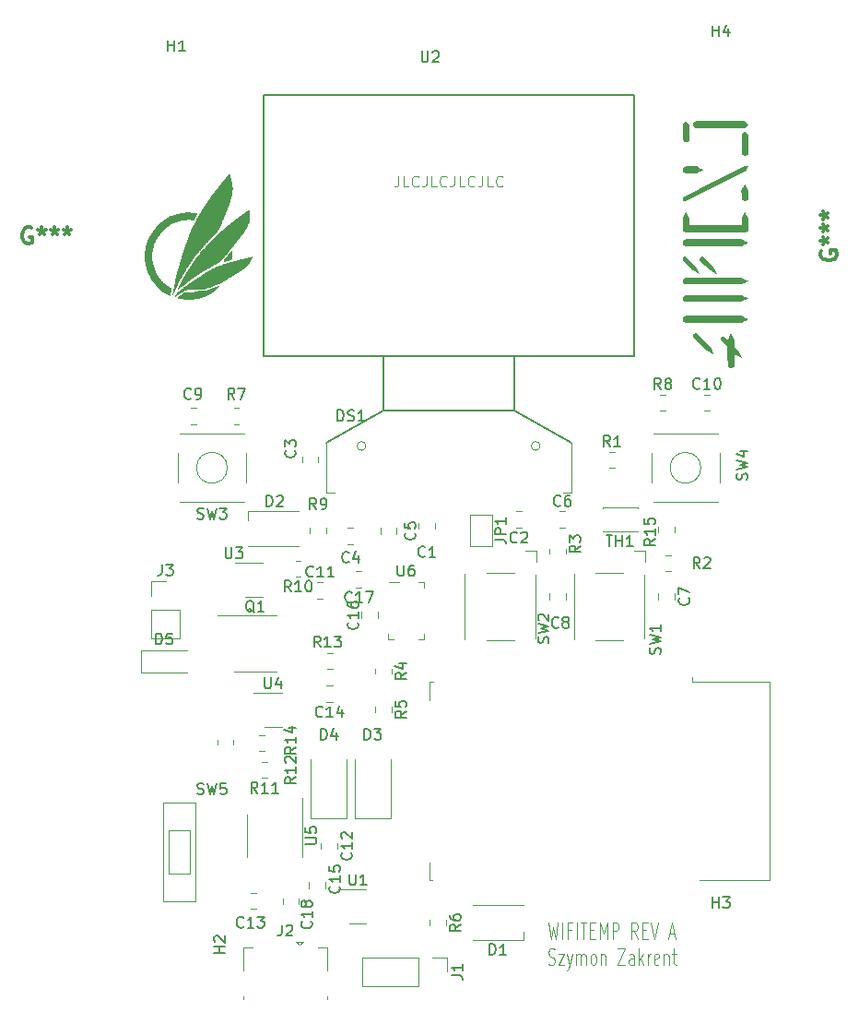
<source format=gbr>
%TF.GenerationSoftware,KiCad,Pcbnew,(6.0.0)*%
%TF.CreationDate,2022-02-04T14:54:06+01:00*%
%TF.ProjectId,wifitemp,77696669-7465-46d7-902e-6b696361645f,rev?*%
%TF.SameCoordinates,Original*%
%TF.FileFunction,Legend,Top*%
%TF.FilePolarity,Positive*%
%FSLAX46Y46*%
G04 Gerber Fmt 4.6, Leading zero omitted, Abs format (unit mm)*
G04 Created by KiCad (PCBNEW (6.0.0)) date 2022-02-04 14:54:06*
%MOMM*%
%LPD*%
G01*
G04 APERTURE LIST*
%ADD10C,0.125000*%
%ADD11C,0.150000*%
%ADD12C,0.300000*%
%ADD13C,0.120000*%
%ADD14C,0.100000*%
G04 APERTURE END LIST*
D10*
X155380952Y-64452380D02*
X155380952Y-65166666D01*
X155333333Y-65309523D01*
X155238095Y-65404761D01*
X155095238Y-65452380D01*
X155000000Y-65452380D01*
X156333333Y-65452380D02*
X155857142Y-65452380D01*
X155857142Y-64452380D01*
X157238095Y-65357142D02*
X157190476Y-65404761D01*
X157047619Y-65452380D01*
X156952380Y-65452380D01*
X156809523Y-65404761D01*
X156714285Y-65309523D01*
X156666666Y-65214285D01*
X156619047Y-65023809D01*
X156619047Y-64880952D01*
X156666666Y-64690476D01*
X156714285Y-64595238D01*
X156809523Y-64500000D01*
X156952380Y-64452380D01*
X157047619Y-64452380D01*
X157190476Y-64500000D01*
X157238095Y-64547619D01*
X157952380Y-64452380D02*
X157952380Y-65166666D01*
X157904761Y-65309523D01*
X157809523Y-65404761D01*
X157666666Y-65452380D01*
X157571428Y-65452380D01*
X158904761Y-65452380D02*
X158428571Y-65452380D01*
X158428571Y-64452380D01*
X159809523Y-65357142D02*
X159761904Y-65404761D01*
X159619047Y-65452380D01*
X159523809Y-65452380D01*
X159380952Y-65404761D01*
X159285714Y-65309523D01*
X159238095Y-65214285D01*
X159190476Y-65023809D01*
X159190476Y-64880952D01*
X159238095Y-64690476D01*
X159285714Y-64595238D01*
X159380952Y-64500000D01*
X159523809Y-64452380D01*
X159619047Y-64452380D01*
X159761904Y-64500000D01*
X159809523Y-64547619D01*
X160523809Y-64452380D02*
X160523809Y-65166666D01*
X160476190Y-65309523D01*
X160380952Y-65404761D01*
X160238095Y-65452380D01*
X160142857Y-65452380D01*
X161476190Y-65452380D02*
X161000000Y-65452380D01*
X161000000Y-64452380D01*
X162380952Y-65357142D02*
X162333333Y-65404761D01*
X162190476Y-65452380D01*
X162095238Y-65452380D01*
X161952380Y-65404761D01*
X161857142Y-65309523D01*
X161809523Y-65214285D01*
X161761904Y-65023809D01*
X161761904Y-64880952D01*
X161809523Y-64690476D01*
X161857142Y-64595238D01*
X161952380Y-64500000D01*
X162095238Y-64452380D01*
X162190476Y-64452380D01*
X162333333Y-64500000D01*
X162380952Y-64547619D01*
X163095238Y-64452380D02*
X163095238Y-65166666D01*
X163047619Y-65309523D01*
X162952380Y-65404761D01*
X162809523Y-65452380D01*
X162714285Y-65452380D01*
X164047619Y-65452380D02*
X163571428Y-65452380D01*
X163571428Y-64452380D01*
X164952380Y-65357142D02*
X164904761Y-65404761D01*
X164761904Y-65452380D01*
X164666666Y-65452380D01*
X164523809Y-65404761D01*
X164428571Y-65309523D01*
X164380952Y-65214285D01*
X164333333Y-65023809D01*
X164333333Y-64880952D01*
X164380952Y-64690476D01*
X164428571Y-64595238D01*
X164523809Y-64500000D01*
X164666666Y-64452380D01*
X164761904Y-64452380D01*
X164904761Y-64500000D01*
X164952380Y-64547619D01*
X169190476Y-132971071D02*
X169428571Y-134471071D01*
X169619047Y-133399642D01*
X169809523Y-134471071D01*
X170047619Y-132971071D01*
X170428571Y-134471071D02*
X170428571Y-132971071D01*
X171238095Y-133685357D02*
X170904761Y-133685357D01*
X170904761Y-134471071D02*
X170904761Y-132971071D01*
X171380952Y-132971071D01*
X171761904Y-134471071D02*
X171761904Y-132971071D01*
X172095238Y-132971071D02*
X172666666Y-132971071D01*
X172380952Y-134471071D02*
X172380952Y-132971071D01*
X173000000Y-133685357D02*
X173333333Y-133685357D01*
X173476190Y-134471071D02*
X173000000Y-134471071D01*
X173000000Y-132971071D01*
X173476190Y-132971071D01*
X173904761Y-134471071D02*
X173904761Y-132971071D01*
X174238095Y-134042500D01*
X174571428Y-132971071D01*
X174571428Y-134471071D01*
X175047619Y-134471071D02*
X175047619Y-132971071D01*
X175428571Y-132971071D01*
X175523809Y-133042500D01*
X175571428Y-133113928D01*
X175619047Y-133256785D01*
X175619047Y-133471071D01*
X175571428Y-133613928D01*
X175523809Y-133685357D01*
X175428571Y-133756785D01*
X175047619Y-133756785D01*
X177380952Y-134471071D02*
X177047619Y-133756785D01*
X176809523Y-134471071D02*
X176809523Y-132971071D01*
X177190476Y-132971071D01*
X177285714Y-133042500D01*
X177333333Y-133113928D01*
X177380952Y-133256785D01*
X177380952Y-133471071D01*
X177333333Y-133613928D01*
X177285714Y-133685357D01*
X177190476Y-133756785D01*
X176809523Y-133756785D01*
X177809523Y-133685357D02*
X178142857Y-133685357D01*
X178285714Y-134471071D02*
X177809523Y-134471071D01*
X177809523Y-132971071D01*
X178285714Y-132971071D01*
X178571428Y-132971071D02*
X178904761Y-134471071D01*
X179238095Y-132971071D01*
X180285714Y-134042500D02*
X180761904Y-134042500D01*
X180190476Y-134471071D02*
X180523809Y-132971071D01*
X180857142Y-134471071D01*
X169166666Y-136814642D02*
X169309523Y-136886071D01*
X169547619Y-136886071D01*
X169642857Y-136814642D01*
X169690476Y-136743214D01*
X169738095Y-136600357D01*
X169738095Y-136457500D01*
X169690476Y-136314642D01*
X169642857Y-136243214D01*
X169547619Y-136171785D01*
X169357142Y-136100357D01*
X169261904Y-136028928D01*
X169214285Y-135957500D01*
X169166666Y-135814642D01*
X169166666Y-135671785D01*
X169214285Y-135528928D01*
X169261904Y-135457500D01*
X169357142Y-135386071D01*
X169595238Y-135386071D01*
X169738095Y-135457500D01*
X170071428Y-135886071D02*
X170595238Y-135886071D01*
X170071428Y-136886071D01*
X170595238Y-136886071D01*
X170880952Y-135886071D02*
X171119047Y-136886071D01*
X171357142Y-135886071D02*
X171119047Y-136886071D01*
X171023809Y-137243214D01*
X170976190Y-137314642D01*
X170880952Y-137386071D01*
X171738095Y-136886071D02*
X171738095Y-135886071D01*
X171738095Y-136028928D02*
X171785714Y-135957500D01*
X171880952Y-135886071D01*
X172023809Y-135886071D01*
X172119047Y-135957500D01*
X172166666Y-136100357D01*
X172166666Y-136886071D01*
X172166666Y-136100357D02*
X172214285Y-135957500D01*
X172309523Y-135886071D01*
X172452380Y-135886071D01*
X172547619Y-135957500D01*
X172595238Y-136100357D01*
X172595238Y-136886071D01*
X173214285Y-136886071D02*
X173119047Y-136814642D01*
X173071428Y-136743214D01*
X173023809Y-136600357D01*
X173023809Y-136171785D01*
X173071428Y-136028928D01*
X173119047Y-135957500D01*
X173214285Y-135886071D01*
X173357142Y-135886071D01*
X173452380Y-135957500D01*
X173500000Y-136028928D01*
X173547619Y-136171785D01*
X173547619Y-136600357D01*
X173500000Y-136743214D01*
X173452380Y-136814642D01*
X173357142Y-136886071D01*
X173214285Y-136886071D01*
X173976190Y-135886071D02*
X173976190Y-136886071D01*
X173976190Y-136028928D02*
X174023809Y-135957500D01*
X174119047Y-135886071D01*
X174261904Y-135886071D01*
X174357142Y-135957500D01*
X174404761Y-136100357D01*
X174404761Y-136886071D01*
X175547619Y-135386071D02*
X176214285Y-135386071D01*
X175547619Y-136886071D01*
X176214285Y-136886071D01*
X177023809Y-136886071D02*
X177023809Y-136100357D01*
X176976190Y-135957500D01*
X176880952Y-135886071D01*
X176690476Y-135886071D01*
X176595238Y-135957500D01*
X177023809Y-136814642D02*
X176928571Y-136886071D01*
X176690476Y-136886071D01*
X176595238Y-136814642D01*
X176547619Y-136671785D01*
X176547619Y-136528928D01*
X176595238Y-136386071D01*
X176690476Y-136314642D01*
X176928571Y-136314642D01*
X177023809Y-136243214D01*
X177500000Y-136886071D02*
X177500000Y-135386071D01*
X177595238Y-136314642D02*
X177880952Y-136886071D01*
X177880952Y-135886071D02*
X177500000Y-136457500D01*
X178309523Y-136886071D02*
X178309523Y-135886071D01*
X178309523Y-136171785D02*
X178357142Y-136028928D01*
X178404761Y-135957500D01*
X178500000Y-135886071D01*
X178595238Y-135886071D01*
X179309523Y-136814642D02*
X179214285Y-136886071D01*
X179023809Y-136886071D01*
X178928571Y-136814642D01*
X178880952Y-136671785D01*
X178880952Y-136100357D01*
X178928571Y-135957500D01*
X179023809Y-135886071D01*
X179214285Y-135886071D01*
X179309523Y-135957500D01*
X179357142Y-136100357D01*
X179357142Y-136243214D01*
X178880952Y-136386071D01*
X179785714Y-135886071D02*
X179785714Y-136886071D01*
X179785714Y-136028928D02*
X179833333Y-135957500D01*
X179928571Y-135886071D01*
X180071428Y-135886071D01*
X180166666Y-135957500D01*
X180214285Y-136100357D01*
X180214285Y-136886071D01*
X180547619Y-135886071D02*
X180928571Y-135886071D01*
X180690476Y-135386071D02*
X180690476Y-136671785D01*
X180738095Y-136814642D01*
X180833333Y-136886071D01*
X180928571Y-136886071D01*
D11*
X166000000Y-81000000D02*
X166000000Y-86000000D01*
X154000000Y-86000000D02*
X154000000Y-81000000D01*
X154000000Y-86000000D02*
X148750000Y-89000000D01*
X177000000Y-57000000D02*
X177000000Y-81000000D01*
X154000000Y-81000000D02*
X143000000Y-81000000D01*
X154000000Y-81000000D02*
X166000000Y-81000000D01*
X143000000Y-57000000D02*
X177000000Y-57000000D01*
X166000000Y-86000000D02*
X154000000Y-86000000D01*
X177000000Y-81000000D02*
X166000000Y-81000000D01*
X143000000Y-81000000D02*
X143000000Y-57000000D01*
X171250000Y-89000000D02*
X166000000Y-86000000D01*
D12*
%TO.C,G\u002A\u002A\u002A*%
X194238000Y-71342571D02*
X194165428Y-71487714D01*
X194165428Y-71705428D01*
X194238000Y-71923142D01*
X194383142Y-72068285D01*
X194528285Y-72140857D01*
X194818571Y-72213428D01*
X195036285Y-72213428D01*
X195326571Y-72140857D01*
X195471714Y-72068285D01*
X195616857Y-71923142D01*
X195689428Y-71705428D01*
X195689428Y-71560285D01*
X195616857Y-71342571D01*
X195544285Y-71270000D01*
X195036285Y-71270000D01*
X195036285Y-71560285D01*
X194165428Y-70399142D02*
X194528285Y-70399142D01*
X194383142Y-70762000D02*
X194528285Y-70399142D01*
X194383142Y-70036285D01*
X194818571Y-70616857D02*
X194528285Y-70399142D01*
X194818571Y-70181428D01*
X194165428Y-69238000D02*
X194528285Y-69238000D01*
X194383142Y-69600857D02*
X194528285Y-69238000D01*
X194383142Y-68875142D01*
X194818571Y-69455714D02*
X194528285Y-69238000D01*
X194818571Y-69020285D01*
X194165428Y-68076857D02*
X194528285Y-68076857D01*
X194383142Y-68439714D02*
X194528285Y-68076857D01*
X194383142Y-67714000D01*
X194818571Y-68294571D02*
X194528285Y-68076857D01*
X194818571Y-67859142D01*
X121687428Y-69238000D02*
X121542285Y-69165428D01*
X121324571Y-69165428D01*
X121106857Y-69238000D01*
X120961714Y-69383142D01*
X120889142Y-69528285D01*
X120816571Y-69818571D01*
X120816571Y-70036285D01*
X120889142Y-70326571D01*
X120961714Y-70471714D01*
X121106857Y-70616857D01*
X121324571Y-70689428D01*
X121469714Y-70689428D01*
X121687428Y-70616857D01*
X121760000Y-70544285D01*
X121760000Y-70036285D01*
X121469714Y-70036285D01*
X122630857Y-69165428D02*
X122630857Y-69528285D01*
X122268000Y-69383142D02*
X122630857Y-69528285D01*
X122993714Y-69383142D01*
X122413142Y-69818571D02*
X122630857Y-69528285D01*
X122848571Y-69818571D01*
X123792000Y-69165428D02*
X123792000Y-69528285D01*
X123429142Y-69383142D02*
X123792000Y-69528285D01*
X124154857Y-69383142D01*
X123574285Y-69818571D02*
X123792000Y-69528285D01*
X124009714Y-69818571D01*
X124953142Y-69165428D02*
X124953142Y-69528285D01*
X124590285Y-69383142D02*
X124953142Y-69528285D01*
X125316000Y-69383142D01*
X124735428Y-69818571D02*
X124953142Y-69528285D01*
X125170857Y-69818571D01*
D11*
%TO.C,R11*%
X142444642Y-121102380D02*
X142111309Y-120626190D01*
X141873214Y-121102380D02*
X141873214Y-120102380D01*
X142254166Y-120102380D01*
X142349404Y-120150000D01*
X142397023Y-120197619D01*
X142444642Y-120292857D01*
X142444642Y-120435714D01*
X142397023Y-120530952D01*
X142349404Y-120578571D01*
X142254166Y-120626190D01*
X141873214Y-120626190D01*
X143397023Y-121102380D02*
X142825595Y-121102380D01*
X143111309Y-121102380D02*
X143111309Y-120102380D01*
X143016071Y-120245238D01*
X142920833Y-120340476D01*
X142825595Y-120388095D01*
X144349404Y-121102380D02*
X143777976Y-121102380D01*
X144063690Y-121102380D02*
X144063690Y-120102380D01*
X143968452Y-120245238D01*
X143873214Y-120340476D01*
X143777976Y-120388095D01*
%TO.C,U3*%
X139488095Y-98552380D02*
X139488095Y-99361904D01*
X139535714Y-99457142D01*
X139583333Y-99504761D01*
X139678571Y-99552380D01*
X139869047Y-99552380D01*
X139964285Y-99504761D01*
X140011904Y-99457142D01*
X140059523Y-99361904D01*
X140059523Y-98552380D01*
X140440476Y-98552380D02*
X141059523Y-98552380D01*
X140726190Y-98933333D01*
X140869047Y-98933333D01*
X140964285Y-98980952D01*
X141011904Y-99028571D01*
X141059523Y-99123809D01*
X141059523Y-99361904D01*
X141011904Y-99457142D01*
X140964285Y-99504761D01*
X140869047Y-99552380D01*
X140583333Y-99552380D01*
X140488095Y-99504761D01*
X140440476Y-99457142D01*
%TO.C,U1*%
X150875595Y-128552380D02*
X150875595Y-129361904D01*
X150923214Y-129457142D01*
X150970833Y-129504761D01*
X151066071Y-129552380D01*
X151256547Y-129552380D01*
X151351785Y-129504761D01*
X151399404Y-129457142D01*
X151447023Y-129361904D01*
X151447023Y-128552380D01*
X152447023Y-129552380D02*
X151875595Y-129552380D01*
X152161309Y-129552380D02*
X152161309Y-128552380D01*
X152066071Y-128695238D01*
X151970833Y-128790476D01*
X151875595Y-128838095D01*
%TO.C,C12*%
X151037142Y-126592857D02*
X151084761Y-126640476D01*
X151132380Y-126783333D01*
X151132380Y-126878571D01*
X151084761Y-127021428D01*
X150989523Y-127116666D01*
X150894285Y-127164285D01*
X150703809Y-127211904D01*
X150560952Y-127211904D01*
X150370476Y-127164285D01*
X150275238Y-127116666D01*
X150180000Y-127021428D01*
X150132380Y-126878571D01*
X150132380Y-126783333D01*
X150180000Y-126640476D01*
X150227619Y-126592857D01*
X151132380Y-125640476D02*
X151132380Y-126211904D01*
X151132380Y-125926190D02*
X150132380Y-125926190D01*
X150275238Y-126021428D01*
X150370476Y-126116666D01*
X150418095Y-126211904D01*
X150227619Y-125259523D02*
X150180000Y-125211904D01*
X150132380Y-125116666D01*
X150132380Y-124878571D01*
X150180000Y-124783333D01*
X150227619Y-124735714D01*
X150322857Y-124688095D01*
X150418095Y-124688095D01*
X150560952Y-124735714D01*
X151132380Y-125307142D01*
X151132380Y-124688095D01*
%TO.C,D3*%
X152261904Y-116202380D02*
X152261904Y-115202380D01*
X152500000Y-115202380D01*
X152642857Y-115250000D01*
X152738095Y-115345238D01*
X152785714Y-115440476D01*
X152833333Y-115630952D01*
X152833333Y-115773809D01*
X152785714Y-115964285D01*
X152738095Y-116059523D01*
X152642857Y-116154761D01*
X152500000Y-116202380D01*
X152261904Y-116202380D01*
X153166666Y-115202380D02*
X153785714Y-115202380D01*
X153452380Y-115583333D01*
X153595238Y-115583333D01*
X153690476Y-115630952D01*
X153738095Y-115678571D01*
X153785714Y-115773809D01*
X153785714Y-116011904D01*
X153738095Y-116107142D01*
X153690476Y-116154761D01*
X153595238Y-116202380D01*
X153309523Y-116202380D01*
X153214285Y-116154761D01*
X153166666Y-116107142D01*
%TO.C,SW3*%
X136916666Y-95904761D02*
X137059523Y-95952380D01*
X137297619Y-95952380D01*
X137392857Y-95904761D01*
X137440476Y-95857142D01*
X137488095Y-95761904D01*
X137488095Y-95666666D01*
X137440476Y-95571428D01*
X137392857Y-95523809D01*
X137297619Y-95476190D01*
X137107142Y-95428571D01*
X137011904Y-95380952D01*
X136964285Y-95333333D01*
X136916666Y-95238095D01*
X136916666Y-95142857D01*
X136964285Y-95047619D01*
X137011904Y-95000000D01*
X137107142Y-94952380D01*
X137345238Y-94952380D01*
X137488095Y-95000000D01*
X137821428Y-94952380D02*
X138059523Y-95952380D01*
X138250000Y-95238095D01*
X138440476Y-95952380D01*
X138678571Y-94952380D01*
X138964285Y-94952380D02*
X139583333Y-94952380D01*
X139250000Y-95333333D01*
X139392857Y-95333333D01*
X139488095Y-95380952D01*
X139535714Y-95428571D01*
X139583333Y-95523809D01*
X139583333Y-95761904D01*
X139535714Y-95857142D01*
X139488095Y-95904761D01*
X139392857Y-95952380D01*
X139107142Y-95952380D01*
X139011904Y-95904761D01*
X138964285Y-95857142D01*
%TO.C,R2*%
X183083333Y-100452380D02*
X182750000Y-99976190D01*
X182511904Y-100452380D02*
X182511904Y-99452380D01*
X182892857Y-99452380D01*
X182988095Y-99500000D01*
X183035714Y-99547619D01*
X183083333Y-99642857D01*
X183083333Y-99785714D01*
X183035714Y-99880952D01*
X182988095Y-99928571D01*
X182892857Y-99976190D01*
X182511904Y-99976190D01*
X183464285Y-99547619D02*
X183511904Y-99500000D01*
X183607142Y-99452380D01*
X183845238Y-99452380D01*
X183940476Y-99500000D01*
X183988095Y-99547619D01*
X184035714Y-99642857D01*
X184035714Y-99738095D01*
X183988095Y-99880952D01*
X183416666Y-100452380D01*
X184035714Y-100452380D01*
%TO.C,U6*%
X155313095Y-100177380D02*
X155313095Y-100986904D01*
X155360714Y-101082142D01*
X155408333Y-101129761D01*
X155503571Y-101177380D01*
X155694047Y-101177380D01*
X155789285Y-101129761D01*
X155836904Y-101082142D01*
X155884523Y-100986904D01*
X155884523Y-100177380D01*
X156789285Y-100177380D02*
X156598809Y-100177380D01*
X156503571Y-100225000D01*
X156455952Y-100272619D01*
X156360714Y-100415476D01*
X156313095Y-100605952D01*
X156313095Y-100986904D01*
X156360714Y-101082142D01*
X156408333Y-101129761D01*
X156503571Y-101177380D01*
X156694047Y-101177380D01*
X156789285Y-101129761D01*
X156836904Y-101082142D01*
X156884523Y-100986904D01*
X156884523Y-100748809D01*
X156836904Y-100653571D01*
X156789285Y-100605952D01*
X156694047Y-100558333D01*
X156503571Y-100558333D01*
X156408333Y-100605952D01*
X156360714Y-100653571D01*
X156313095Y-100748809D01*
%TO.C,H1*%
X134238095Y-53002380D02*
X134238095Y-52002380D01*
X134238095Y-52478571D02*
X134809523Y-52478571D01*
X134809523Y-53002380D02*
X134809523Y-52002380D01*
X135809523Y-53002380D02*
X135238095Y-53002380D01*
X135523809Y-53002380D02*
X135523809Y-52002380D01*
X135428571Y-52145238D01*
X135333333Y-52240476D01*
X135238095Y-52288095D01*
%TO.C,J1*%
X160282380Y-137833333D02*
X160996666Y-137833333D01*
X161139523Y-137880952D01*
X161234761Y-137976190D01*
X161282380Y-138119047D01*
X161282380Y-138214285D01*
X161282380Y-136833333D02*
X161282380Y-137404761D01*
X161282380Y-137119047D02*
X160282380Y-137119047D01*
X160425238Y-137214285D01*
X160520476Y-137309523D01*
X160568095Y-137404761D01*
%TO.C,R6*%
X161102380Y-133166666D02*
X160626190Y-133500000D01*
X161102380Y-133738095D02*
X160102380Y-133738095D01*
X160102380Y-133357142D01*
X160150000Y-133261904D01*
X160197619Y-133214285D01*
X160292857Y-133166666D01*
X160435714Y-133166666D01*
X160530952Y-133214285D01*
X160578571Y-133261904D01*
X160626190Y-133357142D01*
X160626190Y-133738095D01*
X160102380Y-132309523D02*
X160102380Y-132500000D01*
X160150000Y-132595238D01*
X160197619Y-132642857D01*
X160340476Y-132738095D01*
X160530952Y-132785714D01*
X160911904Y-132785714D01*
X161007142Y-132738095D01*
X161054761Y-132690476D01*
X161102380Y-132595238D01*
X161102380Y-132404761D01*
X161054761Y-132309523D01*
X161007142Y-132261904D01*
X160911904Y-132214285D01*
X160673809Y-132214285D01*
X160578571Y-132261904D01*
X160530952Y-132309523D01*
X160483333Y-132404761D01*
X160483333Y-132595238D01*
X160530952Y-132690476D01*
X160578571Y-132738095D01*
X160673809Y-132785714D01*
%TO.C,H2*%
X139452380Y-135761904D02*
X138452380Y-135761904D01*
X138928571Y-135761904D02*
X138928571Y-135190476D01*
X139452380Y-135190476D02*
X138452380Y-135190476D01*
X138547619Y-134761904D02*
X138500000Y-134714285D01*
X138452380Y-134619047D01*
X138452380Y-134380952D01*
X138500000Y-134285714D01*
X138547619Y-134238095D01*
X138642857Y-134190476D01*
X138738095Y-134190476D01*
X138880952Y-134238095D01*
X139452380Y-134809523D01*
X139452380Y-134190476D01*
%TO.C,C4*%
X150833333Y-99857142D02*
X150785714Y-99904761D01*
X150642857Y-99952380D01*
X150547619Y-99952380D01*
X150404761Y-99904761D01*
X150309523Y-99809523D01*
X150261904Y-99714285D01*
X150214285Y-99523809D01*
X150214285Y-99380952D01*
X150261904Y-99190476D01*
X150309523Y-99095238D01*
X150404761Y-99000000D01*
X150547619Y-98952380D01*
X150642857Y-98952380D01*
X150785714Y-99000000D01*
X150833333Y-99047619D01*
X151690476Y-99285714D02*
X151690476Y-99952380D01*
X151452380Y-98904761D02*
X151214285Y-99619047D01*
X151833333Y-99619047D01*
%TO.C,R10*%
X145519642Y-102602380D02*
X145186309Y-102126190D01*
X144948214Y-102602380D02*
X144948214Y-101602380D01*
X145329166Y-101602380D01*
X145424404Y-101650000D01*
X145472023Y-101697619D01*
X145519642Y-101792857D01*
X145519642Y-101935714D01*
X145472023Y-102030952D01*
X145424404Y-102078571D01*
X145329166Y-102126190D01*
X144948214Y-102126190D01*
X146472023Y-102602380D02*
X145900595Y-102602380D01*
X146186309Y-102602380D02*
X146186309Y-101602380D01*
X146091071Y-101745238D01*
X145995833Y-101840476D01*
X145900595Y-101888095D01*
X147091071Y-101602380D02*
X147186309Y-101602380D01*
X147281547Y-101650000D01*
X147329166Y-101697619D01*
X147376785Y-101792857D01*
X147424404Y-101983333D01*
X147424404Y-102221428D01*
X147376785Y-102411904D01*
X147329166Y-102507142D01*
X147281547Y-102554761D01*
X147186309Y-102602380D01*
X147091071Y-102602380D01*
X146995833Y-102554761D01*
X146948214Y-102507142D01*
X146900595Y-102411904D01*
X146852976Y-102221428D01*
X146852976Y-101983333D01*
X146900595Y-101792857D01*
X146948214Y-101697619D01*
X146995833Y-101650000D01*
X147091071Y-101602380D01*
%TO.C,C10*%
X183069642Y-83927142D02*
X183022023Y-83974761D01*
X182879166Y-84022380D01*
X182783928Y-84022380D01*
X182641071Y-83974761D01*
X182545833Y-83879523D01*
X182498214Y-83784285D01*
X182450595Y-83593809D01*
X182450595Y-83450952D01*
X182498214Y-83260476D01*
X182545833Y-83165238D01*
X182641071Y-83070000D01*
X182783928Y-83022380D01*
X182879166Y-83022380D01*
X183022023Y-83070000D01*
X183069642Y-83117619D01*
X184022023Y-84022380D02*
X183450595Y-84022380D01*
X183736309Y-84022380D02*
X183736309Y-83022380D01*
X183641071Y-83165238D01*
X183545833Y-83260476D01*
X183450595Y-83308095D01*
X184641071Y-83022380D02*
X184736309Y-83022380D01*
X184831547Y-83070000D01*
X184879166Y-83117619D01*
X184926785Y-83212857D01*
X184974404Y-83403333D01*
X184974404Y-83641428D01*
X184926785Y-83831904D01*
X184879166Y-83927142D01*
X184831547Y-83974761D01*
X184736309Y-84022380D01*
X184641071Y-84022380D01*
X184545833Y-83974761D01*
X184498214Y-83927142D01*
X184450595Y-83831904D01*
X184402976Y-83641428D01*
X184402976Y-83403333D01*
X184450595Y-83212857D01*
X184498214Y-83117619D01*
X184545833Y-83070000D01*
X184641071Y-83022380D01*
%TO.C,C5*%
X156857142Y-97216666D02*
X156904761Y-97264285D01*
X156952380Y-97407142D01*
X156952380Y-97502380D01*
X156904761Y-97645238D01*
X156809523Y-97740476D01*
X156714285Y-97788095D01*
X156523809Y-97835714D01*
X156380952Y-97835714D01*
X156190476Y-97788095D01*
X156095238Y-97740476D01*
X156000000Y-97645238D01*
X155952380Y-97502380D01*
X155952380Y-97407142D01*
X156000000Y-97264285D01*
X156047619Y-97216666D01*
X155952380Y-96311904D02*
X155952380Y-96788095D01*
X156428571Y-96835714D01*
X156380952Y-96788095D01*
X156333333Y-96692857D01*
X156333333Y-96454761D01*
X156380952Y-96359523D01*
X156428571Y-96311904D01*
X156523809Y-96264285D01*
X156761904Y-96264285D01*
X156857142Y-96311904D01*
X156904761Y-96359523D01*
X156952380Y-96454761D01*
X156952380Y-96692857D01*
X156904761Y-96788095D01*
X156857142Y-96835714D01*
%TO.C,R4*%
X156102380Y-110079166D02*
X155626190Y-110412500D01*
X156102380Y-110650595D02*
X155102380Y-110650595D01*
X155102380Y-110269642D01*
X155150000Y-110174404D01*
X155197619Y-110126785D01*
X155292857Y-110079166D01*
X155435714Y-110079166D01*
X155530952Y-110126785D01*
X155578571Y-110174404D01*
X155626190Y-110269642D01*
X155626190Y-110650595D01*
X155435714Y-109222023D02*
X156102380Y-109222023D01*
X155054761Y-109460119D02*
X155769047Y-109698214D01*
X155769047Y-109079166D01*
%TO.C,R7*%
X140333333Y-84952380D02*
X140000000Y-84476190D01*
X139761904Y-84952380D02*
X139761904Y-83952380D01*
X140142857Y-83952380D01*
X140238095Y-84000000D01*
X140285714Y-84047619D01*
X140333333Y-84142857D01*
X140333333Y-84285714D01*
X140285714Y-84380952D01*
X140238095Y-84428571D01*
X140142857Y-84476190D01*
X139761904Y-84476190D01*
X140666666Y-83952380D02*
X141333333Y-83952380D01*
X140904761Y-84952380D01*
%TO.C,C18*%
X147357142Y-132892857D02*
X147404761Y-132940476D01*
X147452380Y-133083333D01*
X147452380Y-133178571D01*
X147404761Y-133321428D01*
X147309523Y-133416666D01*
X147214285Y-133464285D01*
X147023809Y-133511904D01*
X146880952Y-133511904D01*
X146690476Y-133464285D01*
X146595238Y-133416666D01*
X146500000Y-133321428D01*
X146452380Y-133178571D01*
X146452380Y-133083333D01*
X146500000Y-132940476D01*
X146547619Y-132892857D01*
X147452380Y-131940476D02*
X147452380Y-132511904D01*
X147452380Y-132226190D02*
X146452380Y-132226190D01*
X146595238Y-132321428D01*
X146690476Y-132416666D01*
X146738095Y-132511904D01*
X146880952Y-131369047D02*
X146833333Y-131464285D01*
X146785714Y-131511904D01*
X146690476Y-131559523D01*
X146642857Y-131559523D01*
X146547619Y-131511904D01*
X146500000Y-131464285D01*
X146452380Y-131369047D01*
X146452380Y-131178571D01*
X146500000Y-131083333D01*
X146547619Y-131035714D01*
X146642857Y-130988095D01*
X146690476Y-130988095D01*
X146785714Y-131035714D01*
X146833333Y-131083333D01*
X146880952Y-131178571D01*
X146880952Y-131369047D01*
X146928571Y-131464285D01*
X146976190Y-131511904D01*
X147071428Y-131559523D01*
X147261904Y-131559523D01*
X147357142Y-131511904D01*
X147404761Y-131464285D01*
X147452380Y-131369047D01*
X147452380Y-131178571D01*
X147404761Y-131083333D01*
X147357142Y-131035714D01*
X147261904Y-130988095D01*
X147071428Y-130988095D01*
X146976190Y-131035714D01*
X146928571Y-131083333D01*
X146880952Y-131178571D01*
%TO.C,R1*%
X174833333Y-89302380D02*
X174500000Y-88826190D01*
X174261904Y-89302380D02*
X174261904Y-88302380D01*
X174642857Y-88302380D01*
X174738095Y-88350000D01*
X174785714Y-88397619D01*
X174833333Y-88492857D01*
X174833333Y-88635714D01*
X174785714Y-88730952D01*
X174738095Y-88778571D01*
X174642857Y-88826190D01*
X174261904Y-88826190D01*
X175785714Y-89302380D02*
X175214285Y-89302380D01*
X175500000Y-89302380D02*
X175500000Y-88302380D01*
X175404761Y-88445238D01*
X175309523Y-88540476D01*
X175214285Y-88588095D01*
%TO.C,SW2*%
X169154761Y-107333333D02*
X169202380Y-107190476D01*
X169202380Y-106952380D01*
X169154761Y-106857142D01*
X169107142Y-106809523D01*
X169011904Y-106761904D01*
X168916666Y-106761904D01*
X168821428Y-106809523D01*
X168773809Y-106857142D01*
X168726190Y-106952380D01*
X168678571Y-107142857D01*
X168630952Y-107238095D01*
X168583333Y-107285714D01*
X168488095Y-107333333D01*
X168392857Y-107333333D01*
X168297619Y-107285714D01*
X168250000Y-107238095D01*
X168202380Y-107142857D01*
X168202380Y-106904761D01*
X168250000Y-106761904D01*
X168202380Y-106428571D02*
X169202380Y-106190476D01*
X168488095Y-106000000D01*
X169202380Y-105809523D01*
X168202380Y-105571428D01*
X168297619Y-105238095D02*
X168250000Y-105190476D01*
X168202380Y-105095238D01*
X168202380Y-104857142D01*
X168250000Y-104761904D01*
X168297619Y-104714285D01*
X168392857Y-104666666D01*
X168488095Y-104666666D01*
X168630952Y-104714285D01*
X169202380Y-105285714D01*
X169202380Y-104666666D01*
%TO.C,D5*%
X133111904Y-107452380D02*
X133111904Y-106452380D01*
X133350000Y-106452380D01*
X133492857Y-106500000D01*
X133588095Y-106595238D01*
X133635714Y-106690476D01*
X133683333Y-106880952D01*
X133683333Y-107023809D01*
X133635714Y-107214285D01*
X133588095Y-107309523D01*
X133492857Y-107404761D01*
X133350000Y-107452380D01*
X133111904Y-107452380D01*
X134588095Y-106452380D02*
X134111904Y-106452380D01*
X134064285Y-106928571D01*
X134111904Y-106880952D01*
X134207142Y-106833333D01*
X134445238Y-106833333D01*
X134540476Y-106880952D01*
X134588095Y-106928571D01*
X134635714Y-107023809D01*
X134635714Y-107261904D01*
X134588095Y-107357142D01*
X134540476Y-107404761D01*
X134445238Y-107452380D01*
X134207142Y-107452380D01*
X134111904Y-107404761D01*
X134064285Y-107357142D01*
%TO.C,C3*%
X145857142Y-89666666D02*
X145904761Y-89714285D01*
X145952380Y-89857142D01*
X145952380Y-89952380D01*
X145904761Y-90095238D01*
X145809523Y-90190476D01*
X145714285Y-90238095D01*
X145523809Y-90285714D01*
X145380952Y-90285714D01*
X145190476Y-90238095D01*
X145095238Y-90190476D01*
X145000000Y-90095238D01*
X144952380Y-89952380D01*
X144952380Y-89857142D01*
X145000000Y-89714285D01*
X145047619Y-89666666D01*
X144952380Y-89333333D02*
X144952380Y-88714285D01*
X145333333Y-89047619D01*
X145333333Y-88904761D01*
X145380952Y-88809523D01*
X145428571Y-88761904D01*
X145523809Y-88714285D01*
X145761904Y-88714285D01*
X145857142Y-88761904D01*
X145904761Y-88809523D01*
X145952380Y-88904761D01*
X145952380Y-89190476D01*
X145904761Y-89285714D01*
X145857142Y-89333333D01*
%TO.C,R5*%
X156102380Y-113579166D02*
X155626190Y-113912500D01*
X156102380Y-114150595D02*
X155102380Y-114150595D01*
X155102380Y-113769642D01*
X155150000Y-113674404D01*
X155197619Y-113626785D01*
X155292857Y-113579166D01*
X155435714Y-113579166D01*
X155530952Y-113626785D01*
X155578571Y-113674404D01*
X155626190Y-113769642D01*
X155626190Y-114150595D01*
X155102380Y-112674404D02*
X155102380Y-113150595D01*
X155578571Y-113198214D01*
X155530952Y-113150595D01*
X155483333Y-113055357D01*
X155483333Y-112817261D01*
X155530952Y-112722023D01*
X155578571Y-112674404D01*
X155673809Y-112626785D01*
X155911904Y-112626785D01*
X156007142Y-112674404D01*
X156054761Y-112722023D01*
X156102380Y-112817261D01*
X156102380Y-113055357D01*
X156054761Y-113150595D01*
X156007142Y-113198214D01*
%TO.C,D4*%
X148261904Y-116202380D02*
X148261904Y-115202380D01*
X148500000Y-115202380D01*
X148642857Y-115250000D01*
X148738095Y-115345238D01*
X148785714Y-115440476D01*
X148833333Y-115630952D01*
X148833333Y-115773809D01*
X148785714Y-115964285D01*
X148738095Y-116059523D01*
X148642857Y-116154761D01*
X148500000Y-116202380D01*
X148261904Y-116202380D01*
X149690476Y-115535714D02*
X149690476Y-116202380D01*
X149452380Y-115154761D02*
X149214285Y-115869047D01*
X149833333Y-115869047D01*
%TO.C,R9*%
X147833333Y-95039880D02*
X147500000Y-94563690D01*
X147261904Y-95039880D02*
X147261904Y-94039880D01*
X147642857Y-94039880D01*
X147738095Y-94087500D01*
X147785714Y-94135119D01*
X147833333Y-94230357D01*
X147833333Y-94373214D01*
X147785714Y-94468452D01*
X147738095Y-94516071D01*
X147642857Y-94563690D01*
X147261904Y-94563690D01*
X148309523Y-95039880D02*
X148500000Y-95039880D01*
X148595238Y-94992261D01*
X148642857Y-94944642D01*
X148738095Y-94801785D01*
X148785714Y-94611309D01*
X148785714Y-94230357D01*
X148738095Y-94135119D01*
X148690476Y-94087500D01*
X148595238Y-94039880D01*
X148404761Y-94039880D01*
X148309523Y-94087500D01*
X148261904Y-94135119D01*
X148214285Y-94230357D01*
X148214285Y-94468452D01*
X148261904Y-94563690D01*
X148309523Y-94611309D01*
X148404761Y-94658928D01*
X148595238Y-94658928D01*
X148690476Y-94611309D01*
X148738095Y-94563690D01*
X148785714Y-94468452D01*
%TO.C,C9*%
X136333333Y-84857142D02*
X136285714Y-84904761D01*
X136142857Y-84952380D01*
X136047619Y-84952380D01*
X135904761Y-84904761D01*
X135809523Y-84809523D01*
X135761904Y-84714285D01*
X135714285Y-84523809D01*
X135714285Y-84380952D01*
X135761904Y-84190476D01*
X135809523Y-84095238D01*
X135904761Y-84000000D01*
X136047619Y-83952380D01*
X136142857Y-83952380D01*
X136285714Y-84000000D01*
X136333333Y-84047619D01*
X136809523Y-84952380D02*
X137000000Y-84952380D01*
X137095238Y-84904761D01*
X137142857Y-84857142D01*
X137238095Y-84714285D01*
X137285714Y-84523809D01*
X137285714Y-84142857D01*
X137238095Y-84047619D01*
X137190476Y-84000000D01*
X137095238Y-83952380D01*
X136904761Y-83952380D01*
X136809523Y-84000000D01*
X136761904Y-84047619D01*
X136714285Y-84142857D01*
X136714285Y-84380952D01*
X136761904Y-84476190D01*
X136809523Y-84523809D01*
X136904761Y-84571428D01*
X137095238Y-84571428D01*
X137190476Y-84523809D01*
X137238095Y-84476190D01*
X137285714Y-84380952D01*
%TO.C,R14*%
X145952380Y-116892857D02*
X145476190Y-117226190D01*
X145952380Y-117464285D02*
X144952380Y-117464285D01*
X144952380Y-117083333D01*
X145000000Y-116988095D01*
X145047619Y-116940476D01*
X145142857Y-116892857D01*
X145285714Y-116892857D01*
X145380952Y-116940476D01*
X145428571Y-116988095D01*
X145476190Y-117083333D01*
X145476190Y-117464285D01*
X145952380Y-115940476D02*
X145952380Y-116511904D01*
X145952380Y-116226190D02*
X144952380Y-116226190D01*
X145095238Y-116321428D01*
X145190476Y-116416666D01*
X145238095Y-116511904D01*
X145285714Y-115083333D02*
X145952380Y-115083333D01*
X144904761Y-115321428D02*
X145619047Y-115559523D01*
X145619047Y-114940476D01*
%TO.C,C7*%
X182037142Y-103216666D02*
X182084761Y-103264285D01*
X182132380Y-103407142D01*
X182132380Y-103502380D01*
X182084761Y-103645238D01*
X181989523Y-103740476D01*
X181894285Y-103788095D01*
X181703809Y-103835714D01*
X181560952Y-103835714D01*
X181370476Y-103788095D01*
X181275238Y-103740476D01*
X181180000Y-103645238D01*
X181132380Y-103502380D01*
X181132380Y-103407142D01*
X181180000Y-103264285D01*
X181227619Y-103216666D01*
X181132380Y-102883333D02*
X181132380Y-102216666D01*
X182132380Y-102645238D01*
%TO.C,D2*%
X143261904Y-94789880D02*
X143261904Y-93789880D01*
X143500000Y-93789880D01*
X143642857Y-93837500D01*
X143738095Y-93932738D01*
X143785714Y-94027976D01*
X143833333Y-94218452D01*
X143833333Y-94361309D01*
X143785714Y-94551785D01*
X143738095Y-94647023D01*
X143642857Y-94742261D01*
X143500000Y-94789880D01*
X143261904Y-94789880D01*
X144214285Y-93885119D02*
X144261904Y-93837500D01*
X144357142Y-93789880D01*
X144595238Y-93789880D01*
X144690476Y-93837500D01*
X144738095Y-93885119D01*
X144785714Y-93980357D01*
X144785714Y-94075595D01*
X144738095Y-94218452D01*
X144166666Y-94789880D01*
X144785714Y-94789880D01*
%TO.C,C6*%
X170283333Y-94677142D02*
X170235714Y-94724761D01*
X170092857Y-94772380D01*
X169997619Y-94772380D01*
X169854761Y-94724761D01*
X169759523Y-94629523D01*
X169711904Y-94534285D01*
X169664285Y-94343809D01*
X169664285Y-94200952D01*
X169711904Y-94010476D01*
X169759523Y-93915238D01*
X169854761Y-93820000D01*
X169997619Y-93772380D01*
X170092857Y-93772380D01*
X170235714Y-93820000D01*
X170283333Y-93867619D01*
X171140476Y-93772380D02*
X170950000Y-93772380D01*
X170854761Y-93820000D01*
X170807142Y-93867619D01*
X170711904Y-94010476D01*
X170664285Y-94200952D01*
X170664285Y-94581904D01*
X170711904Y-94677142D01*
X170759523Y-94724761D01*
X170854761Y-94772380D01*
X171045238Y-94772380D01*
X171140476Y-94724761D01*
X171188095Y-94677142D01*
X171235714Y-94581904D01*
X171235714Y-94343809D01*
X171188095Y-94248571D01*
X171140476Y-94200952D01*
X171045238Y-94153333D01*
X170854761Y-94153333D01*
X170759523Y-94200952D01*
X170711904Y-94248571D01*
X170664285Y-94343809D01*
%TO.C,JP1*%
X164252380Y-97833333D02*
X164966666Y-97833333D01*
X165109523Y-97880952D01*
X165204761Y-97976190D01*
X165252380Y-98119047D01*
X165252380Y-98214285D01*
X165252380Y-97357142D02*
X164252380Y-97357142D01*
X164252380Y-96976190D01*
X164300000Y-96880952D01*
X164347619Y-96833333D01*
X164442857Y-96785714D01*
X164585714Y-96785714D01*
X164680952Y-96833333D01*
X164728571Y-96880952D01*
X164776190Y-96976190D01*
X164776190Y-97357142D01*
X165252380Y-95833333D02*
X165252380Y-96404761D01*
X165252380Y-96119047D02*
X164252380Y-96119047D01*
X164395238Y-96214285D01*
X164490476Y-96309523D01*
X164538095Y-96404761D01*
%TO.C,C17*%
X151107142Y-103537142D02*
X151059523Y-103584761D01*
X150916666Y-103632380D01*
X150821428Y-103632380D01*
X150678571Y-103584761D01*
X150583333Y-103489523D01*
X150535714Y-103394285D01*
X150488095Y-103203809D01*
X150488095Y-103060952D01*
X150535714Y-102870476D01*
X150583333Y-102775238D01*
X150678571Y-102680000D01*
X150821428Y-102632380D01*
X150916666Y-102632380D01*
X151059523Y-102680000D01*
X151107142Y-102727619D01*
X152059523Y-103632380D02*
X151488095Y-103632380D01*
X151773809Y-103632380D02*
X151773809Y-102632380D01*
X151678571Y-102775238D01*
X151583333Y-102870476D01*
X151488095Y-102918095D01*
X152392857Y-102632380D02*
X153059523Y-102632380D01*
X152630952Y-103632380D01*
%TO.C,R15*%
X178952380Y-97782421D02*
X178476190Y-98115754D01*
X178952380Y-98353849D02*
X177952380Y-98353849D01*
X177952380Y-97972897D01*
X178000000Y-97877659D01*
X178047619Y-97830040D01*
X178142857Y-97782421D01*
X178285714Y-97782421D01*
X178380952Y-97830040D01*
X178428571Y-97877659D01*
X178476190Y-97972897D01*
X178476190Y-98353849D01*
X178952380Y-96830040D02*
X178952380Y-97401468D01*
X178952380Y-97115754D02*
X177952380Y-97115754D01*
X178095238Y-97210992D01*
X178190476Y-97306230D01*
X178238095Y-97401468D01*
X177952380Y-95925278D02*
X177952380Y-96401468D01*
X178428571Y-96449087D01*
X178380952Y-96401468D01*
X178333333Y-96306230D01*
X178333333Y-96068135D01*
X178380952Y-95972897D01*
X178428571Y-95925278D01*
X178523809Y-95877659D01*
X178761904Y-95877659D01*
X178857142Y-95925278D01*
X178904761Y-95972897D01*
X178952380Y-96068135D01*
X178952380Y-96306230D01*
X178904761Y-96401468D01*
X178857142Y-96449087D01*
%TO.C,C8*%
X170083333Y-105857142D02*
X170035714Y-105904761D01*
X169892857Y-105952380D01*
X169797619Y-105952380D01*
X169654761Y-105904761D01*
X169559523Y-105809523D01*
X169511904Y-105714285D01*
X169464285Y-105523809D01*
X169464285Y-105380952D01*
X169511904Y-105190476D01*
X169559523Y-105095238D01*
X169654761Y-105000000D01*
X169797619Y-104952380D01*
X169892857Y-104952380D01*
X170035714Y-105000000D01*
X170083333Y-105047619D01*
X170654761Y-105380952D02*
X170559523Y-105333333D01*
X170511904Y-105285714D01*
X170464285Y-105190476D01*
X170464285Y-105142857D01*
X170511904Y-105047619D01*
X170559523Y-105000000D01*
X170654761Y-104952380D01*
X170845238Y-104952380D01*
X170940476Y-105000000D01*
X170988095Y-105047619D01*
X171035714Y-105142857D01*
X171035714Y-105190476D01*
X170988095Y-105285714D01*
X170940476Y-105333333D01*
X170845238Y-105380952D01*
X170654761Y-105380952D01*
X170559523Y-105428571D01*
X170511904Y-105476190D01*
X170464285Y-105571428D01*
X170464285Y-105761904D01*
X170511904Y-105857142D01*
X170559523Y-105904761D01*
X170654761Y-105952380D01*
X170845238Y-105952380D01*
X170940476Y-105904761D01*
X170988095Y-105857142D01*
X171035714Y-105761904D01*
X171035714Y-105571428D01*
X170988095Y-105476190D01*
X170940476Y-105428571D01*
X170845238Y-105380952D01*
%TO.C,SW4*%
X187404761Y-92333333D02*
X187452380Y-92190476D01*
X187452380Y-91952380D01*
X187404761Y-91857142D01*
X187357142Y-91809523D01*
X187261904Y-91761904D01*
X187166666Y-91761904D01*
X187071428Y-91809523D01*
X187023809Y-91857142D01*
X186976190Y-91952380D01*
X186928571Y-92142857D01*
X186880952Y-92238095D01*
X186833333Y-92285714D01*
X186738095Y-92333333D01*
X186642857Y-92333333D01*
X186547619Y-92285714D01*
X186500000Y-92238095D01*
X186452380Y-92142857D01*
X186452380Y-91904761D01*
X186500000Y-91761904D01*
X186452380Y-91428571D02*
X187452380Y-91190476D01*
X186738095Y-91000000D01*
X187452380Y-90809523D01*
X186452380Y-90571428D01*
X186785714Y-89761904D02*
X187452380Y-89761904D01*
X186404761Y-90000000D02*
X187119047Y-90238095D01*
X187119047Y-89619047D01*
%TO.C,R3*%
X172102380Y-98416666D02*
X171626190Y-98750000D01*
X172102380Y-98988095D02*
X171102380Y-98988095D01*
X171102380Y-98607142D01*
X171150000Y-98511904D01*
X171197619Y-98464285D01*
X171292857Y-98416666D01*
X171435714Y-98416666D01*
X171530952Y-98464285D01*
X171578571Y-98511904D01*
X171626190Y-98607142D01*
X171626190Y-98988095D01*
X171102380Y-98083333D02*
X171102380Y-97464285D01*
X171483333Y-97797619D01*
X171483333Y-97654761D01*
X171530952Y-97559523D01*
X171578571Y-97511904D01*
X171673809Y-97464285D01*
X171911904Y-97464285D01*
X172007142Y-97511904D01*
X172054761Y-97559523D01*
X172102380Y-97654761D01*
X172102380Y-97940476D01*
X172054761Y-98035714D01*
X172007142Y-98083333D01*
%TO.C,R13*%
X148217578Y-107702380D02*
X147884245Y-107226190D01*
X147646150Y-107702380D02*
X147646150Y-106702380D01*
X148027102Y-106702380D01*
X148122340Y-106750000D01*
X148169959Y-106797619D01*
X148217578Y-106892857D01*
X148217578Y-107035714D01*
X148169959Y-107130952D01*
X148122340Y-107178571D01*
X148027102Y-107226190D01*
X147646150Y-107226190D01*
X149169959Y-107702380D02*
X148598531Y-107702380D01*
X148884245Y-107702380D02*
X148884245Y-106702380D01*
X148789007Y-106845238D01*
X148693769Y-106940476D01*
X148598531Y-106988095D01*
X149503293Y-106702380D02*
X150122340Y-106702380D01*
X149789007Y-107083333D01*
X149931864Y-107083333D01*
X150027102Y-107130952D01*
X150074721Y-107178571D01*
X150122340Y-107273809D01*
X150122340Y-107511904D01*
X150074721Y-107607142D01*
X150027102Y-107654761D01*
X149931864Y-107702380D01*
X149646150Y-107702380D01*
X149550912Y-107654761D01*
X149503293Y-107607142D01*
%TO.C,TH1*%
X174464285Y-97452380D02*
X175035714Y-97452380D01*
X174750000Y-98452380D02*
X174750000Y-97452380D01*
X175369047Y-98452380D02*
X175369047Y-97452380D01*
X175369047Y-97928571D02*
X175940476Y-97928571D01*
X175940476Y-98452380D02*
X175940476Y-97452380D01*
X176940476Y-98452380D02*
X176369047Y-98452380D01*
X176654761Y-98452380D02*
X176654761Y-97452380D01*
X176559523Y-97595238D01*
X176464285Y-97690476D01*
X176369047Y-97738095D01*
%TO.C,DS1*%
X149785714Y-86952380D02*
X149785714Y-85952380D01*
X150023809Y-85952380D01*
X150166666Y-86000000D01*
X150261904Y-86095238D01*
X150309523Y-86190476D01*
X150357142Y-86380952D01*
X150357142Y-86523809D01*
X150309523Y-86714285D01*
X150261904Y-86809523D01*
X150166666Y-86904761D01*
X150023809Y-86952380D01*
X149785714Y-86952380D01*
X150738095Y-86904761D02*
X150880952Y-86952380D01*
X151119047Y-86952380D01*
X151214285Y-86904761D01*
X151261904Y-86857142D01*
X151309523Y-86761904D01*
X151309523Y-86666666D01*
X151261904Y-86571428D01*
X151214285Y-86523809D01*
X151119047Y-86476190D01*
X150928571Y-86428571D01*
X150833333Y-86380952D01*
X150785714Y-86333333D01*
X150738095Y-86238095D01*
X150738095Y-86142857D01*
X150785714Y-86047619D01*
X150833333Y-86000000D01*
X150928571Y-85952380D01*
X151166666Y-85952380D01*
X151309523Y-86000000D01*
X152261904Y-86952380D02*
X151690476Y-86952380D01*
X151976190Y-86952380D02*
X151976190Y-85952380D01*
X151880952Y-86095238D01*
X151785714Y-86190476D01*
X151690476Y-86238095D01*
%TO.C,R8*%
X179495833Y-84052380D02*
X179162500Y-83576190D01*
X178924404Y-84052380D02*
X178924404Y-83052380D01*
X179305357Y-83052380D01*
X179400595Y-83100000D01*
X179448214Y-83147619D01*
X179495833Y-83242857D01*
X179495833Y-83385714D01*
X179448214Y-83480952D01*
X179400595Y-83528571D01*
X179305357Y-83576190D01*
X178924404Y-83576190D01*
X180067261Y-83480952D02*
X179972023Y-83433333D01*
X179924404Y-83385714D01*
X179876785Y-83290476D01*
X179876785Y-83242857D01*
X179924404Y-83147619D01*
X179972023Y-83100000D01*
X180067261Y-83052380D01*
X180257738Y-83052380D01*
X180352976Y-83100000D01*
X180400595Y-83147619D01*
X180448214Y-83242857D01*
X180448214Y-83290476D01*
X180400595Y-83385714D01*
X180352976Y-83433333D01*
X180257738Y-83480952D01*
X180067261Y-83480952D01*
X179972023Y-83528571D01*
X179924404Y-83576190D01*
X179876785Y-83671428D01*
X179876785Y-83861904D01*
X179924404Y-83957142D01*
X179972023Y-84004761D01*
X180067261Y-84052380D01*
X180257738Y-84052380D01*
X180352976Y-84004761D01*
X180400595Y-83957142D01*
X180448214Y-83861904D01*
X180448214Y-83671428D01*
X180400595Y-83576190D01*
X180352976Y-83528571D01*
X180257738Y-83480952D01*
%TO.C,SW5*%
X136916666Y-121154761D02*
X137059523Y-121202380D01*
X137297619Y-121202380D01*
X137392857Y-121154761D01*
X137440476Y-121107142D01*
X137488095Y-121011904D01*
X137488095Y-120916666D01*
X137440476Y-120821428D01*
X137392857Y-120773809D01*
X137297619Y-120726190D01*
X137107142Y-120678571D01*
X137011904Y-120630952D01*
X136964285Y-120583333D01*
X136916666Y-120488095D01*
X136916666Y-120392857D01*
X136964285Y-120297619D01*
X137011904Y-120250000D01*
X137107142Y-120202380D01*
X137345238Y-120202380D01*
X137488095Y-120250000D01*
X137821428Y-120202380D02*
X138059523Y-121202380D01*
X138250000Y-120488095D01*
X138440476Y-121202380D01*
X138678571Y-120202380D01*
X139535714Y-120202380D02*
X139059523Y-120202380D01*
X139011904Y-120678571D01*
X139059523Y-120630952D01*
X139154761Y-120583333D01*
X139392857Y-120583333D01*
X139488095Y-120630952D01*
X139535714Y-120678571D01*
X139583333Y-120773809D01*
X139583333Y-121011904D01*
X139535714Y-121107142D01*
X139488095Y-121154761D01*
X139392857Y-121202380D01*
X139154761Y-121202380D01*
X139059523Y-121154761D01*
X139011904Y-121107142D01*
%TO.C,Q1*%
X142129761Y-104532619D02*
X142034523Y-104485000D01*
X141939285Y-104389761D01*
X141796428Y-104246904D01*
X141701190Y-104199285D01*
X141605952Y-104199285D01*
X141653571Y-104437380D02*
X141558333Y-104389761D01*
X141463095Y-104294523D01*
X141415476Y-104104047D01*
X141415476Y-103770714D01*
X141463095Y-103580238D01*
X141558333Y-103485000D01*
X141653571Y-103437380D01*
X141844047Y-103437380D01*
X141939285Y-103485000D01*
X142034523Y-103580238D01*
X142082142Y-103770714D01*
X142082142Y-104104047D01*
X142034523Y-104294523D01*
X141939285Y-104389761D01*
X141844047Y-104437380D01*
X141653571Y-104437380D01*
X143034523Y-104437380D02*
X142463095Y-104437380D01*
X142748809Y-104437380D02*
X142748809Y-103437380D01*
X142653571Y-103580238D01*
X142558333Y-103675476D01*
X142463095Y-103723095D01*
%TO.C,C11*%
X147557142Y-101177142D02*
X147509523Y-101224761D01*
X147366666Y-101272380D01*
X147271428Y-101272380D01*
X147128571Y-101224761D01*
X147033333Y-101129523D01*
X146985714Y-101034285D01*
X146938095Y-100843809D01*
X146938095Y-100700952D01*
X146985714Y-100510476D01*
X147033333Y-100415238D01*
X147128571Y-100320000D01*
X147271428Y-100272380D01*
X147366666Y-100272380D01*
X147509523Y-100320000D01*
X147557142Y-100367619D01*
X148509523Y-101272380D02*
X147938095Y-101272380D01*
X148223809Y-101272380D02*
X148223809Y-100272380D01*
X148128571Y-100415238D01*
X148033333Y-100510476D01*
X147938095Y-100558095D01*
X149461904Y-101272380D02*
X148890476Y-101272380D01*
X149176190Y-101272380D02*
X149176190Y-100272380D01*
X149080952Y-100415238D01*
X148985714Y-100510476D01*
X148890476Y-100558095D01*
%TO.C,C1*%
X157833333Y-99357142D02*
X157785714Y-99404761D01*
X157642857Y-99452380D01*
X157547619Y-99452380D01*
X157404761Y-99404761D01*
X157309523Y-99309523D01*
X157261904Y-99214285D01*
X157214285Y-99023809D01*
X157214285Y-98880952D01*
X157261904Y-98690476D01*
X157309523Y-98595238D01*
X157404761Y-98500000D01*
X157547619Y-98452380D01*
X157642857Y-98452380D01*
X157785714Y-98500000D01*
X157833333Y-98547619D01*
X158785714Y-99452380D02*
X158214285Y-99452380D01*
X158500000Y-99452380D02*
X158500000Y-98452380D01*
X158404761Y-98595238D01*
X158309523Y-98690476D01*
X158214285Y-98738095D01*
%TO.C,U5*%
X146852380Y-125761904D02*
X147661904Y-125761904D01*
X147757142Y-125714285D01*
X147804761Y-125666666D01*
X147852380Y-125571428D01*
X147852380Y-125380952D01*
X147804761Y-125285714D01*
X147757142Y-125238095D01*
X147661904Y-125190476D01*
X146852380Y-125190476D01*
X146852380Y-124238095D02*
X146852380Y-124714285D01*
X147328571Y-124761904D01*
X147280952Y-124714285D01*
X147233333Y-124619047D01*
X147233333Y-124380952D01*
X147280952Y-124285714D01*
X147328571Y-124238095D01*
X147423809Y-124190476D01*
X147661904Y-124190476D01*
X147757142Y-124238095D01*
X147804761Y-124285714D01*
X147852380Y-124380952D01*
X147852380Y-124619047D01*
X147804761Y-124714285D01*
X147757142Y-124761904D01*
%TO.C,H4*%
X184238095Y-51652380D02*
X184238095Y-50652380D01*
X184238095Y-51128571D02*
X184809523Y-51128571D01*
X184809523Y-51652380D02*
X184809523Y-50652380D01*
X185714285Y-50985714D02*
X185714285Y-51652380D01*
X185476190Y-50604761D02*
X185238095Y-51319047D01*
X185857142Y-51319047D01*
%TO.C,U4*%
X143100595Y-110502380D02*
X143100595Y-111311904D01*
X143148214Y-111407142D01*
X143195833Y-111454761D01*
X143291071Y-111502380D01*
X143481547Y-111502380D01*
X143576785Y-111454761D01*
X143624404Y-111407142D01*
X143672023Y-111311904D01*
X143672023Y-110502380D01*
X144576785Y-110835714D02*
X144576785Y-111502380D01*
X144338690Y-110454761D02*
X144100595Y-111169047D01*
X144719642Y-111169047D01*
%TO.C,R12*%
X145952380Y-119642857D02*
X145476190Y-119976190D01*
X145952380Y-120214285D02*
X144952380Y-120214285D01*
X144952380Y-119833333D01*
X145000000Y-119738095D01*
X145047619Y-119690476D01*
X145142857Y-119642857D01*
X145285714Y-119642857D01*
X145380952Y-119690476D01*
X145428571Y-119738095D01*
X145476190Y-119833333D01*
X145476190Y-120214285D01*
X145952380Y-118690476D02*
X145952380Y-119261904D01*
X145952380Y-118976190D02*
X144952380Y-118976190D01*
X145095238Y-119071428D01*
X145190476Y-119166666D01*
X145238095Y-119261904D01*
X145047619Y-118309523D02*
X145000000Y-118261904D01*
X144952380Y-118166666D01*
X144952380Y-117928571D01*
X145000000Y-117833333D01*
X145047619Y-117785714D01*
X145142857Y-117738095D01*
X145238095Y-117738095D01*
X145380952Y-117785714D01*
X145952380Y-118357142D01*
X145952380Y-117738095D01*
%TO.C,J2*%
X144666666Y-133202380D02*
X144666666Y-133916666D01*
X144619047Y-134059523D01*
X144523809Y-134154761D01*
X144380952Y-134202380D01*
X144285714Y-134202380D01*
X145095238Y-133297619D02*
X145142857Y-133250000D01*
X145238095Y-133202380D01*
X145476190Y-133202380D01*
X145571428Y-133250000D01*
X145619047Y-133297619D01*
X145666666Y-133392857D01*
X145666666Y-133488095D01*
X145619047Y-133630952D01*
X145047619Y-134202380D01*
X145666666Y-134202380D01*
%TO.C,C2*%
X166283333Y-98037142D02*
X166235714Y-98084761D01*
X166092857Y-98132380D01*
X165997619Y-98132380D01*
X165854761Y-98084761D01*
X165759523Y-97989523D01*
X165711904Y-97894285D01*
X165664285Y-97703809D01*
X165664285Y-97560952D01*
X165711904Y-97370476D01*
X165759523Y-97275238D01*
X165854761Y-97180000D01*
X165997619Y-97132380D01*
X166092857Y-97132380D01*
X166235714Y-97180000D01*
X166283333Y-97227619D01*
X166664285Y-97227619D02*
X166711904Y-97180000D01*
X166807142Y-97132380D01*
X167045238Y-97132380D01*
X167140476Y-97180000D01*
X167188095Y-97227619D01*
X167235714Y-97322857D01*
X167235714Y-97418095D01*
X167188095Y-97560952D01*
X166616666Y-98132380D01*
X167235714Y-98132380D01*
%TO.C,U2*%
X157533095Y-53017380D02*
X157533095Y-53826904D01*
X157580714Y-53922142D01*
X157628333Y-53969761D01*
X157723571Y-54017380D01*
X157914047Y-54017380D01*
X158009285Y-53969761D01*
X158056904Y-53922142D01*
X158104523Y-53826904D01*
X158104523Y-53017380D01*
X158533095Y-53112619D02*
X158580714Y-53065000D01*
X158675952Y-53017380D01*
X158914047Y-53017380D01*
X159009285Y-53065000D01*
X159056904Y-53112619D01*
X159104523Y-53207857D01*
X159104523Y-53303095D01*
X159056904Y-53445952D01*
X158485476Y-54017380D01*
X159104523Y-54017380D01*
%TO.C,D1*%
X163761904Y-135952380D02*
X163761904Y-134952380D01*
X164000000Y-134952380D01*
X164142857Y-135000000D01*
X164238095Y-135095238D01*
X164285714Y-135190476D01*
X164333333Y-135380952D01*
X164333333Y-135523809D01*
X164285714Y-135714285D01*
X164238095Y-135809523D01*
X164142857Y-135904761D01*
X164000000Y-135952380D01*
X163761904Y-135952380D01*
X165285714Y-135952380D02*
X164714285Y-135952380D01*
X165000000Y-135952380D02*
X165000000Y-134952380D01*
X164904761Y-135095238D01*
X164809523Y-135190476D01*
X164714285Y-135238095D01*
%TO.C,C16*%
X151607142Y-105442857D02*
X151654761Y-105490476D01*
X151702380Y-105633333D01*
X151702380Y-105728571D01*
X151654761Y-105871428D01*
X151559523Y-105966666D01*
X151464285Y-106014285D01*
X151273809Y-106061904D01*
X151130952Y-106061904D01*
X150940476Y-106014285D01*
X150845238Y-105966666D01*
X150750000Y-105871428D01*
X150702380Y-105728571D01*
X150702380Y-105633333D01*
X150750000Y-105490476D01*
X150797619Y-105442857D01*
X151702380Y-104490476D02*
X151702380Y-105061904D01*
X151702380Y-104776190D02*
X150702380Y-104776190D01*
X150845238Y-104871428D01*
X150940476Y-104966666D01*
X150988095Y-105061904D01*
X150702380Y-103633333D02*
X150702380Y-103823809D01*
X150750000Y-103919047D01*
X150797619Y-103966666D01*
X150940476Y-104061904D01*
X151130952Y-104109523D01*
X151511904Y-104109523D01*
X151607142Y-104061904D01*
X151654761Y-104014285D01*
X151702380Y-103919047D01*
X151702380Y-103728571D01*
X151654761Y-103633333D01*
X151607142Y-103585714D01*
X151511904Y-103538095D01*
X151273809Y-103538095D01*
X151178571Y-103585714D01*
X151130952Y-103633333D01*
X151083333Y-103728571D01*
X151083333Y-103919047D01*
X151130952Y-104014285D01*
X151178571Y-104061904D01*
X151273809Y-104109523D01*
%TO.C,H3*%
X184238095Y-131652380D02*
X184238095Y-130652380D01*
X184238095Y-131128571D02*
X184809523Y-131128571D01*
X184809523Y-131652380D02*
X184809523Y-130652380D01*
X185190476Y-130652380D02*
X185809523Y-130652380D01*
X185476190Y-131033333D01*
X185619047Y-131033333D01*
X185714285Y-131080952D01*
X185761904Y-131128571D01*
X185809523Y-131223809D01*
X185809523Y-131461904D01*
X185761904Y-131557142D01*
X185714285Y-131604761D01*
X185619047Y-131652380D01*
X185333333Y-131652380D01*
X185238095Y-131604761D01*
X185190476Y-131557142D01*
%TO.C,SW1*%
X179404761Y-108333333D02*
X179452380Y-108190476D01*
X179452380Y-107952380D01*
X179404761Y-107857142D01*
X179357142Y-107809523D01*
X179261904Y-107761904D01*
X179166666Y-107761904D01*
X179071428Y-107809523D01*
X179023809Y-107857142D01*
X178976190Y-107952380D01*
X178928571Y-108142857D01*
X178880952Y-108238095D01*
X178833333Y-108285714D01*
X178738095Y-108333333D01*
X178642857Y-108333333D01*
X178547619Y-108285714D01*
X178500000Y-108238095D01*
X178452380Y-108142857D01*
X178452380Y-107904761D01*
X178500000Y-107761904D01*
X178452380Y-107428571D02*
X179452380Y-107190476D01*
X178738095Y-107000000D01*
X179452380Y-106809523D01*
X178452380Y-106571428D01*
X179452380Y-105666666D02*
X179452380Y-106238095D01*
X179452380Y-105952380D02*
X178452380Y-105952380D01*
X178595238Y-106047619D01*
X178690476Y-106142857D01*
X178738095Y-106238095D01*
%TO.C,C15*%
X149937142Y-129642857D02*
X149984761Y-129690476D01*
X150032380Y-129833333D01*
X150032380Y-129928571D01*
X149984761Y-130071428D01*
X149889523Y-130166666D01*
X149794285Y-130214285D01*
X149603809Y-130261904D01*
X149460952Y-130261904D01*
X149270476Y-130214285D01*
X149175238Y-130166666D01*
X149080000Y-130071428D01*
X149032380Y-129928571D01*
X149032380Y-129833333D01*
X149080000Y-129690476D01*
X149127619Y-129642857D01*
X150032380Y-128690476D02*
X150032380Y-129261904D01*
X150032380Y-128976190D02*
X149032380Y-128976190D01*
X149175238Y-129071428D01*
X149270476Y-129166666D01*
X149318095Y-129261904D01*
X149032380Y-127785714D02*
X149032380Y-128261904D01*
X149508571Y-128309523D01*
X149460952Y-128261904D01*
X149413333Y-128166666D01*
X149413333Y-127928571D01*
X149460952Y-127833333D01*
X149508571Y-127785714D01*
X149603809Y-127738095D01*
X149841904Y-127738095D01*
X149937142Y-127785714D01*
X149984761Y-127833333D01*
X150032380Y-127928571D01*
X150032380Y-128166666D01*
X149984761Y-128261904D01*
X149937142Y-128309523D01*
%TO.C,C14*%
X148407142Y-114037142D02*
X148359523Y-114084761D01*
X148216666Y-114132380D01*
X148121428Y-114132380D01*
X147978571Y-114084761D01*
X147883333Y-113989523D01*
X147835714Y-113894285D01*
X147788095Y-113703809D01*
X147788095Y-113560952D01*
X147835714Y-113370476D01*
X147883333Y-113275238D01*
X147978571Y-113180000D01*
X148121428Y-113132380D01*
X148216666Y-113132380D01*
X148359523Y-113180000D01*
X148407142Y-113227619D01*
X149359523Y-114132380D02*
X148788095Y-114132380D01*
X149073809Y-114132380D02*
X149073809Y-113132380D01*
X148978571Y-113275238D01*
X148883333Y-113370476D01*
X148788095Y-113418095D01*
X150216666Y-113465714D02*
X150216666Y-114132380D01*
X149978571Y-113084761D02*
X149740476Y-113799047D01*
X150359523Y-113799047D01*
%TO.C,J3*%
X133666666Y-100122380D02*
X133666666Y-100836666D01*
X133619047Y-100979523D01*
X133523809Y-101074761D01*
X133380952Y-101122380D01*
X133285714Y-101122380D01*
X134047619Y-100122380D02*
X134666666Y-100122380D01*
X134333333Y-100503333D01*
X134476190Y-100503333D01*
X134571428Y-100550952D01*
X134619047Y-100598571D01*
X134666666Y-100693809D01*
X134666666Y-100931904D01*
X134619047Y-101027142D01*
X134571428Y-101074761D01*
X134476190Y-101122380D01*
X134190476Y-101122380D01*
X134095238Y-101074761D01*
X134047619Y-101027142D01*
%TO.C,C13*%
X141145890Y-133357142D02*
X141098271Y-133404761D01*
X140955414Y-133452380D01*
X140860176Y-133452380D01*
X140717319Y-133404761D01*
X140622081Y-133309523D01*
X140574462Y-133214285D01*
X140526843Y-133023809D01*
X140526843Y-132880952D01*
X140574462Y-132690476D01*
X140622081Y-132595238D01*
X140717319Y-132500000D01*
X140860176Y-132452380D01*
X140955414Y-132452380D01*
X141098271Y-132500000D01*
X141145890Y-132547619D01*
X142098271Y-133452380D02*
X141526843Y-133452380D01*
X141812557Y-133452380D02*
X141812557Y-132452380D01*
X141717319Y-132595238D01*
X141622081Y-132690476D01*
X141526843Y-132738095D01*
X142431605Y-132452380D02*
X143050652Y-132452380D01*
X142717319Y-132833333D01*
X142860176Y-132833333D01*
X142955414Y-132880952D01*
X143003033Y-132928571D01*
X143050652Y-133023809D01*
X143050652Y-133261904D01*
X143003033Y-133357142D01*
X142955414Y-133404761D01*
X142860176Y-133452380D01*
X142574462Y-133452380D01*
X142479224Y-133404761D01*
X142431605Y-133357142D01*
%TO.C,G\u002A\u002A\u002A*%
G36*
X187226273Y-67756321D02*
G01*
X187240931Y-67783137D01*
X187262931Y-67824974D01*
X187291061Y-67879494D01*
X187324112Y-67944360D01*
X187360872Y-68017233D01*
X187382370Y-68060154D01*
X187538901Y-68373445D01*
X187537776Y-68876229D01*
X187537367Y-68980513D01*
X187536641Y-69079000D01*
X187535643Y-69169310D01*
X187534412Y-69249062D01*
X187532991Y-69315875D01*
X187531421Y-69367368D01*
X187529744Y-69401160D01*
X187528358Y-69413832D01*
X187502409Y-69479130D01*
X187459296Y-69539284D01*
X187403836Y-69589195D01*
X187340845Y-69623762D01*
X187324819Y-69629308D01*
X187315449Y-69630794D01*
X187296989Y-69632176D01*
X187268778Y-69633456D01*
X187230152Y-69634639D01*
X187180450Y-69635726D01*
X187119009Y-69636721D01*
X187045167Y-69637628D01*
X186958261Y-69638449D01*
X186857629Y-69639188D01*
X186742610Y-69639848D01*
X186612539Y-69640432D01*
X186466755Y-69640943D01*
X186304596Y-69641384D01*
X186125399Y-69641759D01*
X185928503Y-69642070D01*
X185713243Y-69642322D01*
X185478959Y-69642516D01*
X185224988Y-69642657D01*
X184950667Y-69642747D01*
X184655334Y-69642790D01*
X184510905Y-69642795D01*
X181741195Y-69642795D01*
X181678388Y-69611953D01*
X181632143Y-69583740D01*
X181587908Y-69547788D01*
X181571175Y-69530663D01*
X181554037Y-69510723D01*
X181539640Y-69491779D01*
X181527746Y-69471794D01*
X181518115Y-69448731D01*
X181510509Y-69420552D01*
X181504690Y-69385221D01*
X181500417Y-69340699D01*
X181497453Y-69284949D01*
X181495558Y-69215935D01*
X181494494Y-69131619D01*
X181494021Y-69029962D01*
X181493902Y-68908929D01*
X181493899Y-68871486D01*
X181493899Y-68373445D01*
X181650430Y-68060154D01*
X181688724Y-67983853D01*
X181723977Y-67914266D01*
X181754980Y-67853731D01*
X181780523Y-67804586D01*
X181799394Y-67769167D01*
X181810384Y-67749813D01*
X181812636Y-67746862D01*
X181818743Y-67756321D01*
X181833402Y-67783137D01*
X181855402Y-67824974D01*
X181883532Y-67879494D01*
X181916583Y-67944360D01*
X181953343Y-68017233D01*
X181974841Y-68060154D01*
X182131372Y-68373445D01*
X182131372Y-69010817D01*
X186901428Y-69010817D01*
X186901428Y-68373445D01*
X187057959Y-68060154D01*
X187096253Y-67983853D01*
X187131507Y-67914266D01*
X187162510Y-67853731D01*
X187188052Y-67804586D01*
X187206923Y-67769167D01*
X187217913Y-67749813D01*
X187220165Y-67746862D01*
X187226273Y-67756321D01*
G37*
G36*
X187226226Y-65195438D02*
G01*
X187240899Y-65222255D01*
X187262911Y-65264092D01*
X187291051Y-65318613D01*
X187324109Y-65383480D01*
X187360874Y-65456354D01*
X187382370Y-65499271D01*
X187538901Y-65812562D01*
X187537776Y-66155978D01*
X187537236Y-66242365D01*
X187536244Y-66323034D01*
X187534875Y-66394986D01*
X187533203Y-66455220D01*
X187531303Y-66500735D01*
X187529250Y-66528533D01*
X187528358Y-66534213D01*
X187502765Y-66599502D01*
X187460770Y-66659021D01*
X187406993Y-66707899D01*
X187346058Y-66741264D01*
X187325632Y-66747914D01*
X187237236Y-66761597D01*
X187153983Y-66754437D01*
X187077796Y-66727260D01*
X187010599Y-66680890D01*
X186954313Y-66616154D01*
X186931721Y-66578772D01*
X186924900Y-66565282D01*
X186919425Y-66551399D01*
X186915119Y-66534595D01*
X186911802Y-66512344D01*
X186909297Y-66482118D01*
X186907426Y-66441389D01*
X186906009Y-66387629D01*
X186904868Y-66318311D01*
X186903826Y-66230908D01*
X186903239Y-66175162D01*
X186899555Y-65817957D01*
X187056961Y-65501968D01*
X187095321Y-65425305D01*
X187130656Y-65355350D01*
X187161761Y-65294435D01*
X187187433Y-65244887D01*
X187206472Y-65209037D01*
X187217672Y-65189215D01*
X187220103Y-65185980D01*
X187226226Y-65195438D01*
G37*
G36*
X187536342Y-63586802D02*
G01*
X187459694Y-63740675D01*
X187427129Y-63804607D01*
X187400073Y-63853472D01*
X187375176Y-63892321D01*
X187349084Y-63926204D01*
X187318446Y-63960170D01*
X187304353Y-63974721D01*
X187225660Y-64054896D01*
X184517359Y-65413291D01*
X181809058Y-66771687D01*
X181706184Y-66765550D01*
X181631700Y-66757620D01*
X181576171Y-66742216D01*
X181537113Y-66716741D01*
X181512048Y-66678598D01*
X181498494Y-66625190D01*
X181493970Y-66553920D01*
X181493916Y-66543341D01*
X181493899Y-66444406D01*
X184359780Y-65012076D01*
X187225660Y-63579746D01*
X187536342Y-63586802D01*
G37*
G36*
X187379533Y-60547814D02*
G01*
X187538901Y-60706898D01*
X187537957Y-61531359D01*
X187537695Y-61664657D01*
X187537232Y-61791996D01*
X187536589Y-61911602D01*
X187535785Y-62021698D01*
X187534838Y-62120511D01*
X187533770Y-62206263D01*
X187532598Y-62277181D01*
X187531343Y-62331489D01*
X187530023Y-62367411D01*
X187528659Y-62383173D01*
X187528623Y-62383297D01*
X187494578Y-62461827D01*
X187445818Y-62524254D01*
X187383333Y-62569861D01*
X187308109Y-62597928D01*
X187221134Y-62607736D01*
X187220165Y-62607740D01*
X187172616Y-62606511D01*
X187137554Y-62601106D01*
X187105579Y-62589393D01*
X187078872Y-62575680D01*
X187037104Y-62548151D01*
X186995745Y-62513669D01*
X186977155Y-62494719D01*
X186963488Y-62479223D01*
X186951571Y-62464842D01*
X186941286Y-62450033D01*
X186932512Y-62433253D01*
X186925129Y-62412962D01*
X186919017Y-62387615D01*
X186914057Y-62355672D01*
X186910128Y-62315589D01*
X186907110Y-62265824D01*
X186904884Y-62204835D01*
X186903329Y-62131080D01*
X186902326Y-62043016D01*
X186901754Y-61939101D01*
X186901494Y-61817792D01*
X186901425Y-61677548D01*
X186901428Y-61521121D01*
X186901428Y-60706898D01*
X187060797Y-60547814D01*
X187220165Y-60388731D01*
X187379533Y-60547814D01*
G37*
G36*
X184146498Y-59426568D02*
G01*
X184362600Y-59426620D01*
X184598486Y-59426687D01*
X184855053Y-59426735D01*
X184977403Y-59426741D01*
X187214944Y-59426741D01*
X187376927Y-59588995D01*
X187538910Y-59751248D01*
X187382148Y-59907731D01*
X187225385Y-60064214D01*
X182695420Y-60064214D01*
X182627774Y-60030412D01*
X182556343Y-59983700D01*
X182502523Y-59924378D01*
X182467168Y-59853810D01*
X182451131Y-59773361D01*
X182450216Y-59746844D01*
X182460437Y-59673195D01*
X182491232Y-59603730D01*
X182543197Y-59537234D01*
X182562323Y-59518322D01*
X182572790Y-59507804D01*
X182581507Y-59498117D01*
X182589371Y-59489228D01*
X182597280Y-59481103D01*
X182606129Y-59473708D01*
X182616818Y-59467008D01*
X182630242Y-59460969D01*
X182647300Y-59455558D01*
X182668888Y-59450741D01*
X182695904Y-59446483D01*
X182729245Y-59442751D01*
X182769808Y-59439510D01*
X182818491Y-59436727D01*
X182876190Y-59434367D01*
X182943803Y-59432396D01*
X183022228Y-59430781D01*
X183112361Y-59429487D01*
X183215099Y-59428480D01*
X183331341Y-59427727D01*
X183461983Y-59427192D01*
X183607923Y-59426844D01*
X183770057Y-59426646D01*
X183949283Y-59426565D01*
X184146498Y-59426568D01*
G37*
G36*
X187209020Y-77457257D02*
G01*
X187286013Y-77495932D01*
X187356316Y-77531556D01*
X187417612Y-77562930D01*
X187467585Y-77588857D01*
X187503920Y-77608139D01*
X187524301Y-77619578D01*
X187527910Y-77622197D01*
X187518458Y-77628256D01*
X187491674Y-77642868D01*
X187449915Y-77664811D01*
X187395540Y-77692863D01*
X187330906Y-77725804D01*
X187258370Y-77762412D01*
X187220241Y-77781528D01*
X186912571Y-77935439D01*
X184326883Y-77935331D01*
X181741195Y-77935224D01*
X181685117Y-77909113D01*
X181615494Y-77865355D01*
X181556678Y-77805899D01*
X181524389Y-77756545D01*
X181510691Y-77725223D01*
X181503043Y-77690925D01*
X181500014Y-77645840D01*
X181499775Y-77622198D01*
X181503435Y-77557927D01*
X181516418Y-77506107D01*
X181541728Y-77460072D01*
X181582369Y-77413160D01*
X181603000Y-77393208D01*
X181612557Y-77383478D01*
X181620187Y-77374473D01*
X181626728Y-77366164D01*
X181633017Y-77358523D01*
X181639892Y-77351520D01*
X181648191Y-77345128D01*
X181658751Y-77339317D01*
X181672410Y-77334060D01*
X181690005Y-77329326D01*
X181712374Y-77325089D01*
X181740354Y-77321319D01*
X181774783Y-77317988D01*
X181816500Y-77315066D01*
X181866340Y-77312527D01*
X181925142Y-77310340D01*
X181993743Y-77308477D01*
X182072982Y-77306910D01*
X182163695Y-77305611D01*
X182266720Y-77304549D01*
X182382894Y-77303698D01*
X182513056Y-77303028D01*
X182658043Y-77302511D01*
X182818692Y-77302118D01*
X182995841Y-77301820D01*
X183190328Y-77301590D01*
X183402990Y-77301398D01*
X183634664Y-77301215D01*
X183886189Y-77301014D01*
X184158402Y-77300765D01*
X184315662Y-77300600D01*
X186890129Y-77297738D01*
X187209020Y-77457257D01*
G37*
G36*
X187220241Y-75550449D02*
G01*
X187295817Y-75588422D01*
X187364659Y-75623332D01*
X187424411Y-75653958D01*
X187472714Y-75679080D01*
X187507210Y-75697475D01*
X187525543Y-75707924D01*
X187527910Y-75709780D01*
X187518452Y-75715820D01*
X187491620Y-75730438D01*
X187449729Y-75752434D01*
X187395096Y-75780613D01*
X187330036Y-75813776D01*
X187256863Y-75850726D01*
X187208931Y-75874764D01*
X186889951Y-76034327D01*
X181741195Y-76028515D01*
X181678388Y-75997673D01*
X181608484Y-75952301D01*
X181554076Y-75894074D01*
X181516506Y-75826087D01*
X181497120Y-75751438D01*
X181497261Y-75673224D01*
X181511397Y-75612882D01*
X181538274Y-75559513D01*
X181580138Y-75505899D01*
X181631053Y-75458536D01*
X181683147Y-75424877D01*
X181740015Y-75396538D01*
X186912571Y-75396538D01*
X187220241Y-75550449D01*
G37*
G36*
X187211922Y-73947751D02*
G01*
X187288602Y-73986036D01*
X187358570Y-74021304D01*
X187419494Y-74052353D01*
X187469043Y-74077983D01*
X187504885Y-74096990D01*
X187524690Y-74108175D01*
X187527910Y-74110601D01*
X187518441Y-74116715D01*
X187491587Y-74131348D01*
X187449679Y-74153299D01*
X187395048Y-74181365D01*
X187330026Y-74214344D01*
X187256944Y-74251037D01*
X187211922Y-74273477D01*
X186895933Y-74430553D01*
X184313068Y-74427198D01*
X181730204Y-74423842D01*
X181677876Y-74397845D01*
X181623908Y-74362051D01*
X181573448Y-74312625D01*
X181532637Y-74256507D01*
X181509917Y-74208110D01*
X181496854Y-74140884D01*
X181498408Y-74069181D01*
X181514079Y-74002458D01*
X181521753Y-73984206D01*
X181550300Y-73939280D01*
X181591657Y-73892175D01*
X181638723Y-73850020D01*
X181684395Y-73819948D01*
X181686240Y-73819024D01*
X181691330Y-73816667D01*
X181697223Y-73814485D01*
X181704762Y-73812471D01*
X181714789Y-73810617D01*
X181728146Y-73808915D01*
X181745675Y-73807358D01*
X181768217Y-73805936D01*
X181796615Y-73804641D01*
X181831711Y-73803467D01*
X181874347Y-73802405D01*
X181925364Y-73801446D01*
X181985606Y-73800584D01*
X182055913Y-73799809D01*
X182137128Y-73799114D01*
X182230093Y-73798491D01*
X182335650Y-73797932D01*
X182454641Y-73797428D01*
X182587908Y-73796973D01*
X182736292Y-73796557D01*
X182900637Y-73796173D01*
X183081784Y-73795812D01*
X183280574Y-73795468D01*
X183497851Y-73795131D01*
X183734455Y-73794794D01*
X183991229Y-73794448D01*
X184269016Y-73794086D01*
X184313068Y-73794030D01*
X186895933Y-73790699D01*
X187211922Y-73947751D01*
G37*
G36*
X187208931Y-70434019D02*
G01*
X187285936Y-70472700D01*
X187356250Y-70508329D01*
X187417558Y-70539709D01*
X187467544Y-70565642D01*
X187503894Y-70584931D01*
X187524291Y-70596378D01*
X187527910Y-70599003D01*
X187518458Y-70605063D01*
X187491674Y-70619675D01*
X187449915Y-70641617D01*
X187395540Y-70669669D01*
X187330906Y-70702610D01*
X187258370Y-70739219D01*
X187220241Y-70758335D01*
X186912571Y-70912245D01*
X184333653Y-70912245D01*
X184029429Y-70912214D01*
X183746663Y-70912118D01*
X183484830Y-70911954D01*
X183243406Y-70911721D01*
X183021869Y-70911415D01*
X182819693Y-70911035D01*
X182636354Y-70910578D01*
X182471329Y-70910041D01*
X182324093Y-70909422D01*
X182194123Y-70908718D01*
X182080894Y-70907927D01*
X181983882Y-70907046D01*
X181902563Y-70906074D01*
X181836414Y-70905007D01*
X181784910Y-70903843D01*
X181747527Y-70902579D01*
X181723741Y-70901213D01*
X181713296Y-70899830D01*
X181658485Y-70874380D01*
X181604162Y-70833442D01*
X181556955Y-70782635D01*
X181533453Y-70747382D01*
X181515725Y-70713320D01*
X181505470Y-70683934D01*
X181500729Y-70650654D01*
X181499546Y-70604910D01*
X181499548Y-70599004D01*
X181501768Y-70542236D01*
X181508809Y-70501388D01*
X181519714Y-70474100D01*
X181556516Y-70420666D01*
X181606035Y-70368289D01*
X181660261Y-70324907D01*
X181685799Y-70309509D01*
X181741195Y-70280268D01*
X186889951Y-70274456D01*
X187208931Y-70434019D01*
G37*
G36*
X186262769Y-79534617D02*
G01*
X186263955Y-80183365D01*
X186584449Y-80501817D01*
X186901577Y-81133945D01*
X186593833Y-80979997D01*
X186517751Y-80942102D01*
X186447835Y-80907593D01*
X186386542Y-80877658D01*
X186336328Y-80853485D01*
X186299648Y-80836260D01*
X186278959Y-80827172D01*
X186275426Y-80826049D01*
X186272766Y-80836883D01*
X186270306Y-80868761D01*
X186268070Y-80920744D01*
X186266084Y-80991894D01*
X186264373Y-81081274D01*
X186262960Y-81187947D01*
X186261871Y-81310973D01*
X186261612Y-81350865D01*
X186260861Y-81471900D01*
X186260126Y-81572949D01*
X186259314Y-81656010D01*
X186258328Y-81723077D01*
X186257076Y-81776148D01*
X186255463Y-81817218D01*
X186253393Y-81848284D01*
X186250773Y-81871342D01*
X186247508Y-81888388D01*
X186243503Y-81901418D01*
X186238664Y-81912428D01*
X186234657Y-81920139D01*
X186188107Y-81986278D01*
X186130219Y-82035928D01*
X186064129Y-82069144D01*
X185992971Y-82085981D01*
X185919881Y-82086495D01*
X185847993Y-82070741D01*
X185780444Y-82038775D01*
X185720368Y-81990652D01*
X185670901Y-81926428D01*
X185661683Y-81910010D01*
X185631978Y-81853699D01*
X185628986Y-81012894D01*
X185625994Y-80172090D01*
X185306059Y-79851841D01*
X184986123Y-79531592D01*
X184990992Y-79438833D01*
X184999438Y-79365302D01*
X185017595Y-79309921D01*
X185047822Y-79270351D01*
X185092475Y-79244257D01*
X185153914Y-79229300D01*
X185207501Y-79224242D01*
X185302250Y-79219040D01*
X185463761Y-79382013D01*
X185512079Y-79430309D01*
X185555092Y-79472425D01*
X185590466Y-79506148D01*
X185615866Y-79529264D01*
X185628958Y-79539559D01*
X185630151Y-79539802D01*
X185636079Y-79529054D01*
X185650597Y-79501015D01*
X185672496Y-79458073D01*
X185700565Y-79402613D01*
X185733595Y-79337022D01*
X185770376Y-79263686D01*
X185791499Y-79221453D01*
X185947967Y-78908289D01*
X186262769Y-79534617D01*
G37*
G36*
X183880835Y-72360298D02*
G01*
X184360754Y-72841151D01*
X184515551Y-73151644D01*
X184553194Y-73227489D01*
X184587182Y-73296631D01*
X184616392Y-73356731D01*
X184639701Y-73405453D01*
X184655985Y-73440456D01*
X184664120Y-73459404D01*
X184664740Y-73462137D01*
X184653891Y-73457413D01*
X184625783Y-73444024D01*
X184582815Y-73423144D01*
X184527385Y-73395948D01*
X184461890Y-73363610D01*
X184388729Y-73327304D01*
X184348713Y-73307377D01*
X184038295Y-73152617D01*
X183562938Y-72678195D01*
X183087582Y-72203772D01*
X183087582Y-72099992D01*
X183088289Y-72048668D01*
X183091101Y-72013415D01*
X183097057Y-71988345D01*
X183107193Y-71967572D01*
X183112311Y-71959647D01*
X183148760Y-71920677D01*
X183197587Y-71895097D01*
X183261354Y-71881886D01*
X183313664Y-71879446D01*
X183400916Y-71879446D01*
X183880835Y-72360298D01*
G37*
G36*
X183408219Y-79548355D02*
G01*
X184042026Y-80183081D01*
X184196781Y-80493498D01*
X184234676Y-80569681D01*
X184269210Y-80639436D01*
X184299208Y-80700366D01*
X184323498Y-80750073D01*
X184340903Y-80786157D01*
X184350250Y-80806223D01*
X184351537Y-80809525D01*
X184342106Y-80806193D01*
X184315372Y-80794115D01*
X184273674Y-80774412D01*
X184219350Y-80748210D01*
X184154737Y-80716630D01*
X184082175Y-80680797D01*
X184041043Y-80660341D01*
X183730550Y-80505547D01*
X183090329Y-79866244D01*
X182450109Y-79226942D01*
X182450150Y-79127988D01*
X182454417Y-79054098D01*
X182468572Y-78998251D01*
X182494749Y-78958367D01*
X182535083Y-78932365D01*
X182591710Y-78918162D01*
X182666762Y-78913678D01*
X182669962Y-78913671D01*
X182774412Y-78913630D01*
X183408219Y-79548355D01*
G37*
G36*
X183079338Y-63736998D02*
G01*
X183156009Y-63775324D01*
X183225970Y-63810626D01*
X183286889Y-63841702D01*
X183336437Y-63867350D01*
X183372284Y-63886369D01*
X183392099Y-63897556D01*
X183395327Y-63899981D01*
X183385869Y-63906104D01*
X183359052Y-63920777D01*
X183317214Y-63942789D01*
X183262693Y-63970929D01*
X183197827Y-64003987D01*
X183124952Y-64040752D01*
X183082036Y-64062249D01*
X182768744Y-64218779D01*
X182270703Y-64218779D01*
X182143874Y-64218731D01*
X182036980Y-64218413D01*
X181947975Y-64217568D01*
X181874812Y-64215937D01*
X181815446Y-64213263D01*
X181767830Y-64209288D01*
X181729917Y-64203752D01*
X181699662Y-64196399D01*
X181675017Y-64186969D01*
X181653936Y-64175206D01*
X181634373Y-64160850D01*
X181614281Y-64143644D01*
X181604329Y-64134728D01*
X181551570Y-64078623D01*
X181517653Y-64020096D01*
X181499673Y-63953507D01*
X181496432Y-63925121D01*
X181497997Y-63855348D01*
X181515967Y-63792843D01*
X181552192Y-63732831D01*
X181586445Y-63692855D01*
X181608484Y-63669283D01*
X181627600Y-63649489D01*
X181645851Y-63633130D01*
X181665295Y-63619866D01*
X181687991Y-63609354D01*
X181715997Y-63601254D01*
X181751371Y-63595223D01*
X181796173Y-63590919D01*
X181852461Y-63588002D01*
X181922292Y-63586130D01*
X182007726Y-63584961D01*
X182110820Y-63584153D01*
X182233634Y-63583366D01*
X182246777Y-63583277D01*
X182763350Y-63579752D01*
X183079338Y-63736998D01*
G37*
G36*
X182285245Y-72356950D02*
G01*
X182763350Y-72835941D01*
X182920008Y-73149039D01*
X182957940Y-73225188D01*
X182992216Y-73294649D01*
X183021713Y-73355097D01*
X183045311Y-73404204D01*
X183061886Y-73439647D01*
X183070316Y-73459097D01*
X183071057Y-73462137D01*
X183060208Y-73457413D01*
X183032101Y-73444024D01*
X182989133Y-73423144D01*
X182933702Y-73395948D01*
X182868208Y-73363610D01*
X182795046Y-73327304D01*
X182755031Y-73307377D01*
X182444613Y-73152617D01*
X181969256Y-72678195D01*
X181493899Y-72203772D01*
X181493899Y-72103684D01*
X181494673Y-72053160D01*
X181497726Y-72018523D01*
X181504157Y-71993709D01*
X181515066Y-71972657D01*
X181518629Y-71967261D01*
X181546724Y-71930895D01*
X181575832Y-71906617D01*
X181611509Y-71891887D01*
X181659311Y-71884165D01*
X181706254Y-71881450D01*
X181807140Y-71877958D01*
X182285245Y-72356950D01*
G37*
G36*
X182131372Y-59750689D02*
G01*
X182130247Y-60410286D01*
X182129912Y-60529624D01*
X182129342Y-60643105D01*
X182128561Y-60748702D01*
X182127598Y-60844386D01*
X182126479Y-60928128D01*
X182125232Y-60997902D01*
X182123883Y-61051679D01*
X182122458Y-61087430D01*
X182121059Y-61102856D01*
X182092798Y-61176601D01*
X182049161Y-61237661D01*
X181993335Y-61285115D01*
X181928509Y-61318047D01*
X181857874Y-61335540D01*
X181784616Y-61336675D01*
X181711925Y-61320535D01*
X181642991Y-61286202D01*
X181600573Y-61252639D01*
X181567928Y-61218622D01*
X181538725Y-61182290D01*
X181523084Y-61158081D01*
X181518242Y-61148650D01*
X181514100Y-61138682D01*
X181510596Y-61126459D01*
X181507666Y-61110261D01*
X181505247Y-61088373D01*
X181503275Y-61059075D01*
X181501688Y-61020650D01*
X181500422Y-60971379D01*
X181499414Y-60909546D01*
X181498601Y-60833431D01*
X181497920Y-60741317D01*
X181497307Y-60631486D01*
X181496699Y-60502220D01*
X181496389Y-60432410D01*
X181493384Y-59750973D01*
X181812636Y-59432521D01*
X182131372Y-59750689D01*
G37*
G36*
X139092006Y-74475460D02*
G01*
X139089925Y-74477767D01*
X139083944Y-74483689D01*
X139074459Y-74492855D01*
X139061866Y-74504894D01*
X139046560Y-74519435D01*
X139028935Y-74536106D01*
X139009389Y-74554536D01*
X138988315Y-74574354D01*
X138966110Y-74595188D01*
X138943168Y-74616667D01*
X138919886Y-74638421D01*
X138896658Y-74660077D01*
X138873879Y-74681264D01*
X138851947Y-74701611D01*
X138831254Y-74720747D01*
X138812198Y-74738300D01*
X138808422Y-74741768D01*
X138765992Y-74780452D01*
X138722436Y-74819632D01*
X138676975Y-74859996D01*
X138628832Y-74902234D01*
X138577227Y-74947035D01*
X138549960Y-74970545D01*
X138525323Y-74991323D01*
X138496792Y-75014664D01*
X138465319Y-75039836D01*
X138431855Y-75066105D01*
X138397351Y-75092739D01*
X138362757Y-75119005D01*
X138329025Y-75144170D01*
X138297106Y-75167500D01*
X138267952Y-75188263D01*
X138262822Y-75191844D01*
X138238093Y-75208760D01*
X138210310Y-75227271D01*
X138180324Y-75246843D01*
X138148988Y-75266944D01*
X138117152Y-75287043D01*
X138085670Y-75306605D01*
X138055393Y-75325099D01*
X138027172Y-75341992D01*
X138001860Y-75356751D01*
X137980309Y-75368844D01*
X137975684Y-75371348D01*
X137850308Y-75435516D01*
X137721111Y-75495586D01*
X137588659Y-75551349D01*
X137453515Y-75602596D01*
X137316242Y-75649117D01*
X137177405Y-75690703D01*
X137037567Y-75727144D01*
X136982420Y-75740021D01*
X136851598Y-75767240D01*
X136722688Y-75789313D01*
X136594933Y-75806311D01*
X136467574Y-75818304D01*
X136339854Y-75825362D01*
X136211014Y-75827555D01*
X136080298Y-75824954D01*
X136071197Y-75824600D01*
X136026743Y-75822356D01*
X135977104Y-75819008D01*
X135922836Y-75814615D01*
X135864497Y-75809239D01*
X135802643Y-75802938D01*
X135737832Y-75795774D01*
X135670621Y-75787806D01*
X135601567Y-75779095D01*
X135531227Y-75769700D01*
X135460159Y-75759682D01*
X135433926Y-75755849D01*
X135398860Y-75750645D01*
X135363003Y-75745263D01*
X135326827Y-75739778D01*
X135290802Y-75734266D01*
X135255398Y-75728801D01*
X135221087Y-75723457D01*
X135188340Y-75718309D01*
X135157627Y-75713433D01*
X135129419Y-75708903D01*
X135104186Y-75704793D01*
X135082401Y-75701179D01*
X135064533Y-75698135D01*
X135051053Y-75695735D01*
X135042433Y-75694056D01*
X135039148Y-75693176D01*
X135040558Y-75690791D01*
X135045852Y-75685442D01*
X135054312Y-75677789D01*
X135065217Y-75668492D01*
X135072843Y-75662231D01*
X135080873Y-75655719D01*
X135093113Y-75645781D01*
X135109224Y-75632692D01*
X135128873Y-75616725D01*
X135151721Y-75598153D01*
X135177432Y-75577250D01*
X135205671Y-75554289D01*
X135236101Y-75529544D01*
X135268386Y-75503288D01*
X135302189Y-75475796D01*
X135337175Y-75447340D01*
X135373006Y-75418193D01*
X135409347Y-75388631D01*
X135445861Y-75358925D01*
X135482212Y-75329350D01*
X135518063Y-75300179D01*
X135553079Y-75271685D01*
X135586923Y-75244142D01*
X135609725Y-75225584D01*
X135631573Y-75207816D01*
X135652093Y-75191159D01*
X135670824Y-75175984D01*
X135687309Y-75162659D01*
X135701087Y-75151557D01*
X135711701Y-75143047D01*
X135718692Y-75137500D01*
X135721599Y-75135286D01*
X135725920Y-75134672D01*
X135734502Y-75134793D01*
X135745798Y-75135605D01*
X135750899Y-75136133D01*
X135794330Y-75140735D01*
X135835673Y-75144475D01*
X135876371Y-75147440D01*
X135917867Y-75149714D01*
X135961604Y-75151382D01*
X136009023Y-75152531D01*
X136034572Y-75152937D01*
X136094856Y-75153324D01*
X136152790Y-75152765D01*
X136209579Y-75151197D01*
X136266434Y-75148557D01*
X136324563Y-75144780D01*
X136385174Y-75139803D01*
X136449476Y-75133562D01*
X136494579Y-75128715D01*
X136570259Y-75119691D01*
X136641173Y-75109908D01*
X136708388Y-75099151D01*
X136772971Y-75087207D01*
X136835990Y-75073862D01*
X136898512Y-75058903D01*
X136961606Y-75042116D01*
X137026338Y-75023288D01*
X137035160Y-75020608D01*
X137068855Y-75010328D01*
X137360930Y-75010297D01*
X137414467Y-75010267D01*
X137462299Y-75010188D01*
X137504578Y-75010059D01*
X137541458Y-75009877D01*
X137573093Y-75009640D01*
X137599637Y-75009348D01*
X137621243Y-75008999D01*
X137638064Y-75008591D01*
X137650255Y-75008122D01*
X137657970Y-75007590D01*
X137661253Y-75007041D01*
X137666160Y-75005175D01*
X137675739Y-75001580D01*
X137689165Y-74996561D01*
X137705616Y-74990427D01*
X137724270Y-74983485D01*
X137742750Y-74976618D01*
X137761091Y-74969806D01*
X137783773Y-74961376D01*
X137810510Y-74951436D01*
X137841013Y-74940094D01*
X137874995Y-74927455D01*
X137912168Y-74913628D01*
X137952242Y-74898720D01*
X137994932Y-74882837D01*
X138039948Y-74866088D01*
X138087003Y-74848579D01*
X138135809Y-74830417D01*
X138186078Y-74811710D01*
X138237522Y-74792564D01*
X138289852Y-74773088D01*
X138342782Y-74753387D01*
X138396023Y-74733570D01*
X138449287Y-74713744D01*
X138502286Y-74694015D01*
X138554732Y-74674491D01*
X138606338Y-74655279D01*
X138656815Y-74636486D01*
X138705875Y-74618220D01*
X138753232Y-74600588D01*
X138798595Y-74583696D01*
X138841678Y-74567652D01*
X138882193Y-74552564D01*
X138919852Y-74538538D01*
X138954366Y-74525681D01*
X138985448Y-74514101D01*
X139012811Y-74503905D01*
X139036165Y-74495201D01*
X139055223Y-74488094D01*
X139069697Y-74482693D01*
X139079299Y-74479105D01*
X139083742Y-74477437D01*
X139083949Y-74477357D01*
X139089623Y-74475512D01*
X139092006Y-74475453D01*
X139092006Y-74475460D01*
G37*
G36*
X142000155Y-71864099D02*
G01*
X141999584Y-71867153D01*
X141997165Y-71874946D01*
X141993165Y-71886755D01*
X141987847Y-71901852D01*
X141981479Y-71919514D01*
X141974326Y-71939014D01*
X141966653Y-71959627D01*
X141958726Y-71980627D01*
X141950811Y-72001289D01*
X141943173Y-72020889D01*
X141937619Y-72034872D01*
X141899292Y-72124251D01*
X141855729Y-72214527D01*
X141807312Y-72304943D01*
X141761289Y-72383539D01*
X141743240Y-72412565D01*
X141725409Y-72439918D01*
X141706798Y-72467050D01*
X141686409Y-72495409D01*
X141663242Y-72526446D01*
X141659404Y-72531503D01*
X141643575Y-72552211D01*
X141629538Y-72570263D01*
X141616576Y-72586488D01*
X141603972Y-72601714D01*
X141591009Y-72616770D01*
X141576971Y-72632485D01*
X141561140Y-72649689D01*
X141542800Y-72669210D01*
X141521233Y-72691876D01*
X141515529Y-72697843D01*
X141496311Y-72717897D01*
X141479556Y-72735253D01*
X141464616Y-72750513D01*
X141450845Y-72764276D01*
X141437594Y-72777144D01*
X141424216Y-72789718D01*
X141410065Y-72802598D01*
X141394493Y-72816387D01*
X141376853Y-72831684D01*
X141356496Y-72849092D01*
X141332777Y-72869210D01*
X141312478Y-72886366D01*
X141288497Y-72906599D01*
X141267446Y-72924285D01*
X141248703Y-72939900D01*
X141231645Y-72953921D01*
X141215649Y-72966823D01*
X141200092Y-72979082D01*
X141184353Y-72991174D01*
X141167807Y-73003574D01*
X141149832Y-73016760D01*
X141129806Y-73031206D01*
X141107105Y-73047388D01*
X141081107Y-73065783D01*
X141051190Y-73086866D01*
X141037513Y-73096491D01*
X140994018Y-73126934D01*
X140952138Y-73155897D01*
X140910893Y-73184033D01*
X140869306Y-73211997D01*
X140826399Y-73240442D01*
X140781193Y-73270023D01*
X140732709Y-73301394D01*
X140690311Y-73328598D01*
X140658775Y-73348748D01*
X140627695Y-73368566D01*
X140597572Y-73387736D01*
X140568906Y-73405941D01*
X140542196Y-73422864D01*
X140517944Y-73438190D01*
X140496651Y-73451601D01*
X140478815Y-73462780D01*
X140464938Y-73471411D01*
X140455912Y-73476941D01*
X140444477Y-73483854D01*
X140428740Y-73493382D01*
X140409405Y-73505099D01*
X140387178Y-73518575D01*
X140362764Y-73533385D01*
X140336868Y-73549100D01*
X140310195Y-73565292D01*
X140283450Y-73581534D01*
X140283071Y-73581764D01*
X140256736Y-73597720D01*
X140226270Y-73616105D01*
X140192590Y-73636373D01*
X140156610Y-73657974D01*
X140119247Y-73680360D01*
X140081415Y-73702982D01*
X140044031Y-73725291D01*
X140008011Y-73746739D01*
X139978353Y-73764354D01*
X139856524Y-73836769D01*
X139739785Y-73906459D01*
X139628065Y-73973468D01*
X139521290Y-74037841D01*
X139419386Y-74099621D01*
X139322281Y-74158854D01*
X139229902Y-74215582D01*
X139181371Y-74245552D01*
X139155649Y-74261444D01*
X139134193Y-74274609D01*
X139116300Y-74285429D01*
X139101265Y-74294285D01*
X139088387Y-74301558D01*
X139076962Y-74307630D01*
X139066287Y-74312881D01*
X139055660Y-74317693D01*
X139044377Y-74322446D01*
X139031736Y-74327523D01*
X139026082Y-74329753D01*
X138903585Y-74377926D01*
X138784935Y-74424588D01*
X138670297Y-74469673D01*
X138559837Y-74513118D01*
X138453721Y-74554856D01*
X138352113Y-74594823D01*
X138255180Y-74632953D01*
X138163086Y-74669182D01*
X138075998Y-74703444D01*
X137994081Y-74735674D01*
X137939059Y-74757323D01*
X137607971Y-74887602D01*
X137083505Y-74885917D01*
X137026997Y-74885728D01*
X136971183Y-74885526D01*
X136916427Y-74885313D01*
X136863091Y-74885090D01*
X136811537Y-74884861D01*
X136762127Y-74884627D01*
X136715224Y-74884390D01*
X136671190Y-74884152D01*
X136630387Y-74883914D01*
X136593179Y-74883680D01*
X136559927Y-74883450D01*
X136530993Y-74883228D01*
X136506741Y-74883014D01*
X136487533Y-74882811D01*
X136473730Y-74882621D01*
X136471139Y-74882575D01*
X136394281Y-74882300D01*
X136318758Y-74884342D01*
X136245706Y-74888643D01*
X136176257Y-74895142D01*
X136133766Y-74900491D01*
X136051182Y-74914845D01*
X135968108Y-74934877D01*
X135884497Y-74960606D01*
X135800303Y-74992049D01*
X135715480Y-75029225D01*
X135629983Y-75072153D01*
X135543767Y-75120851D01*
X135468123Y-75167934D01*
X135449123Y-75180343D01*
X135430806Y-75192491D01*
X135412611Y-75204775D01*
X135393978Y-75217594D01*
X135374347Y-75231344D01*
X135353155Y-75246424D01*
X135329844Y-75263231D01*
X135303852Y-75282162D01*
X135274619Y-75303615D01*
X135241584Y-75327989D01*
X135221502Y-75342849D01*
X135179282Y-75373955D01*
X135140977Y-75401826D01*
X135105949Y-75426910D01*
X135073559Y-75449661D01*
X135043167Y-75470527D01*
X135014135Y-75489960D01*
X134997359Y-75500953D01*
X134986449Y-75507975D01*
X134972328Y-75516957D01*
X134955715Y-75527451D01*
X134937334Y-75539007D01*
X134917903Y-75551176D01*
X134898145Y-75563509D01*
X134878780Y-75575557D01*
X134860530Y-75586871D01*
X134844116Y-75597001D01*
X134830258Y-75605500D01*
X134819678Y-75611916D01*
X134813096Y-75615802D01*
X134811931Y-75616449D01*
X134807615Y-75618535D01*
X134806598Y-75617590D01*
X134808460Y-75612588D01*
X134809431Y-75610340D01*
X134825861Y-75573562D01*
X134844043Y-75534830D01*
X134863239Y-75495619D01*
X134882710Y-75457408D01*
X134901718Y-75421672D01*
X134919523Y-75389891D01*
X134920483Y-75388234D01*
X134939796Y-75356102D01*
X134960082Y-75324644D01*
X134981566Y-75293652D01*
X135004469Y-75262920D01*
X135029015Y-75232242D01*
X135055427Y-75201409D01*
X135083928Y-75170215D01*
X135114742Y-75138453D01*
X135148092Y-75105916D01*
X135184200Y-75072397D01*
X135223290Y-75037689D01*
X135265585Y-75001585D01*
X135311309Y-74963879D01*
X135360684Y-74924362D01*
X135413933Y-74882829D01*
X135471280Y-74839071D01*
X135532948Y-74792883D01*
X135599160Y-74744057D01*
X135670139Y-74692386D01*
X135672719Y-74690518D01*
X135722183Y-74654742D01*
X135769084Y-74620865D01*
X135813713Y-74588685D01*
X135856359Y-74558003D01*
X135897314Y-74528620D01*
X135936868Y-74500335D01*
X135975310Y-74472949D01*
X136012932Y-74446260D01*
X136050024Y-74420070D01*
X136086875Y-74394179D01*
X136123777Y-74368385D01*
X136161020Y-74342491D01*
X136198893Y-74316294D01*
X136237688Y-74289596D01*
X136277695Y-74262197D01*
X136319204Y-74233895D01*
X136362505Y-74204493D01*
X136407889Y-74173789D01*
X136455646Y-74141583D01*
X136506067Y-74107676D01*
X136559441Y-74071868D01*
X136616059Y-74033959D01*
X136676212Y-73993747D01*
X136740189Y-73951035D01*
X136808282Y-73905621D01*
X136880780Y-73857306D01*
X136931146Y-73823757D01*
X137006001Y-73773927D01*
X137076250Y-73727220D01*
X137142140Y-73683478D01*
X137203919Y-73642543D01*
X137261836Y-73604256D01*
X137316140Y-73568461D01*
X137367078Y-73534999D01*
X137414899Y-73503712D01*
X137459851Y-73474442D01*
X137502183Y-73447031D01*
X137542142Y-73421321D01*
X137579977Y-73397155D01*
X137615937Y-73374373D01*
X137650270Y-73352818D01*
X137683223Y-73332333D01*
X137715046Y-73312759D01*
X137745987Y-73293938D01*
X137776293Y-73275712D01*
X137806214Y-73257923D01*
X137835998Y-73240413D01*
X137865892Y-73223025D01*
X137896146Y-73205600D01*
X137927007Y-73187980D01*
X137958104Y-73170357D01*
X138069620Y-73108848D01*
X138183461Y-73049019D01*
X138299900Y-72990760D01*
X138419212Y-72933962D01*
X138541672Y-72878514D01*
X138667553Y-72824307D01*
X138797130Y-72771230D01*
X138930678Y-72719173D01*
X139068471Y-72668027D01*
X139210782Y-72617681D01*
X139357888Y-72568026D01*
X139510061Y-72518951D01*
X139667576Y-72470346D01*
X139808387Y-72428586D01*
X139838497Y-72419813D01*
X139868940Y-72410938D01*
X139898842Y-72402216D01*
X139927332Y-72393903D01*
X139953534Y-72386253D01*
X139976577Y-72379521D01*
X139995588Y-72373962D01*
X140007625Y-72370436D01*
X140028015Y-72364537D01*
X140053506Y-72357290D01*
X140083538Y-72348849D01*
X140117548Y-72339368D01*
X140154973Y-72329000D01*
X140195251Y-72317899D01*
X140237820Y-72306216D01*
X140282117Y-72294107D01*
X140327581Y-72281724D01*
X140373649Y-72269220D01*
X140419758Y-72256750D01*
X140465347Y-72244466D01*
X140509853Y-72232521D01*
X140552714Y-72221069D01*
X140593367Y-72210263D01*
X140631250Y-72200257D01*
X140643431Y-72197057D01*
X140746615Y-72170091D01*
X140847156Y-72144045D01*
X140945953Y-72118694D01*
X141043903Y-72093816D01*
X141141905Y-72069184D01*
X141240858Y-72044576D01*
X141341659Y-72019767D01*
X141445207Y-71994533D01*
X141552399Y-71968649D01*
X141664135Y-71941892D01*
X141702619Y-71932723D01*
X141751577Y-71921078D01*
X141795124Y-71910736D01*
X141833547Y-71901631D01*
X141867134Y-71893696D01*
X141896172Y-71886865D01*
X141920948Y-71881071D01*
X141941749Y-71876249D01*
X141958862Y-71872333D01*
X141972575Y-71869255D01*
X141983174Y-71866950D01*
X141990946Y-71865352D01*
X141996180Y-71864394D01*
X141999162Y-71864010D01*
X142000155Y-71864099D01*
G37*
G36*
X136172229Y-67824089D02*
G01*
X136249531Y-67826508D01*
X136329831Y-67830235D01*
X136413561Y-67835279D01*
X136501155Y-67841645D01*
X136593046Y-67849342D01*
X136689667Y-67858377D01*
X136791451Y-67868757D01*
X136816877Y-67871469D01*
X136838712Y-67873803D01*
X136860978Y-67876160D01*
X136882204Y-67878385D01*
X136900925Y-67880325D01*
X136915672Y-67881826D01*
X136918693Y-67882128D01*
X136932093Y-67883660D01*
X136943057Y-67885302D01*
X136950445Y-67886855D01*
X136953121Y-67888110D01*
X136951761Y-67890831D01*
X136947816Y-67898331D01*
X136941489Y-67910231D01*
X136932984Y-67926155D01*
X136922503Y-67945727D01*
X136910250Y-67968570D01*
X136896428Y-67994308D01*
X136881240Y-68022563D01*
X136864888Y-68052959D01*
X136847578Y-68085119D01*
X136829510Y-68118667D01*
X136810889Y-68153227D01*
X136791918Y-68188420D01*
X136772800Y-68223872D01*
X136753737Y-68259204D01*
X136734934Y-68294041D01*
X136716592Y-68328006D01*
X136698917Y-68360722D01*
X136682109Y-68391813D01*
X136666373Y-68420901D01*
X136651912Y-68447610D01*
X136638929Y-68471565D01*
X136627627Y-68492387D01*
X136618209Y-68509700D01*
X136610878Y-68523128D01*
X136605838Y-68532293D01*
X136603291Y-68536820D01*
X136603039Y-68537224D01*
X136600086Y-68537205D01*
X136592369Y-68536637D01*
X136580952Y-68535612D01*
X136566895Y-68534221D01*
X136561707Y-68533681D01*
X136467826Y-68524476D01*
X136378698Y-68517192D01*
X136293542Y-68511829D01*
X136211577Y-68508387D01*
X136132019Y-68506866D01*
X136054087Y-68507267D01*
X135976999Y-68509589D01*
X135899972Y-68513832D01*
X135822225Y-68519998D01*
X135742975Y-68528085D01*
X135694694Y-68533821D01*
X135556293Y-68554000D01*
X135419306Y-68579822D01*
X135283888Y-68611224D01*
X135150187Y-68648142D01*
X135018358Y-68690514D01*
X134888550Y-68738277D01*
X134760916Y-68791369D01*
X134635608Y-68849727D01*
X134512777Y-68913288D01*
X134392574Y-68981989D01*
X134275152Y-69055767D01*
X134160662Y-69134560D01*
X134059417Y-69210361D01*
X133962964Y-69288612D01*
X133868255Y-69371674D01*
X133776031Y-69458809D01*
X133687032Y-69549278D01*
X133601998Y-69642342D01*
X133521670Y-69737264D01*
X133483925Y-69784647D01*
X133400887Y-69895742D01*
X133323039Y-70009391D01*
X133250388Y-70125431D01*
X133182935Y-70243695D01*
X133120686Y-70364021D01*
X133063644Y-70486244D01*
X133011814Y-70610199D01*
X132965200Y-70735723D01*
X132923805Y-70862651D01*
X132887633Y-70990819D01*
X132856689Y-71120062D01*
X132830977Y-71250216D01*
X132810501Y-71381117D01*
X132795265Y-71512601D01*
X132785272Y-71644503D01*
X132780528Y-71776658D01*
X132781035Y-71908904D01*
X132786799Y-72041075D01*
X132797822Y-72173007D01*
X132814110Y-72304536D01*
X132835666Y-72435497D01*
X132862494Y-72565727D01*
X132894598Y-72695060D01*
X132931983Y-72823334D01*
X132974652Y-72950382D01*
X133022609Y-73076042D01*
X133075859Y-73200148D01*
X133134406Y-73322536D01*
X133198253Y-73443043D01*
X133267405Y-73561504D01*
X133341865Y-73677754D01*
X133386358Y-73742501D01*
X133434256Y-73808927D01*
X133482524Y-73872645D01*
X133531784Y-73934363D01*
X133582659Y-73994786D01*
X133635771Y-74054622D01*
X133691742Y-74114576D01*
X133751196Y-74175355D01*
X133814755Y-74237665D01*
X133863456Y-74283919D01*
X133879459Y-74298626D01*
X133899179Y-74316248D01*
X133921755Y-74336047D01*
X133946326Y-74357279D01*
X133972031Y-74379206D01*
X133998007Y-74401086D01*
X134023395Y-74422178D01*
X134041305Y-74436852D01*
X134109843Y-74491366D01*
X134176180Y-74541505D01*
X134241209Y-74587868D01*
X134305823Y-74631057D01*
X134370914Y-74671672D01*
X134437376Y-74710314D01*
X134491937Y-74740107D01*
X134505052Y-74747162D01*
X134516609Y-74753534D01*
X134525441Y-74758571D01*
X134530384Y-74761618D01*
X134530653Y-74761814D01*
X134531360Y-74762640D01*
X134531904Y-74764141D01*
X134532251Y-74766618D01*
X134532372Y-74770371D01*
X134532233Y-74775701D01*
X134531803Y-74782910D01*
X134531051Y-74792299D01*
X134529944Y-74804168D01*
X134528452Y-74818818D01*
X134526542Y-74836551D01*
X134524182Y-74857667D01*
X134521342Y-74882468D01*
X134517989Y-74911254D01*
X134514092Y-74944326D01*
X134509618Y-74981985D01*
X134504537Y-75024533D01*
X134498816Y-75072270D01*
X134492425Y-75125497D01*
X134491836Y-75130396D01*
X134486360Y-75175968D01*
X134481081Y-75219909D01*
X134476041Y-75261870D01*
X134471282Y-75301504D01*
X134466846Y-75338461D01*
X134462774Y-75372393D01*
X134459109Y-75402951D01*
X134455892Y-75429785D01*
X134453164Y-75452549D01*
X134450969Y-75470891D01*
X134449347Y-75484465D01*
X134448341Y-75492921D01*
X134447992Y-75495910D01*
X134447992Y-75495911D01*
X134447362Y-75496407D01*
X134445165Y-75495898D01*
X134440922Y-75494144D01*
X134434156Y-75490906D01*
X134424388Y-75485943D01*
X134411140Y-75479014D01*
X134393933Y-75469880D01*
X134372289Y-75458300D01*
X134360088Y-75451750D01*
X134300329Y-75419475D01*
X134245258Y-75389351D01*
X134194266Y-75361026D01*
X134146743Y-75334146D01*
X134102079Y-75308360D01*
X134059666Y-75283313D01*
X134018893Y-75258653D01*
X133979151Y-75234026D01*
X133939831Y-75209081D01*
X133928677Y-75201902D01*
X133810356Y-75122274D01*
X133693764Y-75037335D01*
X133579376Y-74947501D01*
X133467668Y-74853185D01*
X133359115Y-74754802D01*
X133254191Y-74652766D01*
X133153374Y-74547491D01*
X133067555Y-74451489D01*
X132970032Y-74334268D01*
X132877345Y-74213817D01*
X132789544Y-74090294D01*
X132706681Y-73963853D01*
X132628807Y-73834649D01*
X132555974Y-73702838D01*
X132488232Y-73568576D01*
X132425633Y-73432017D01*
X132368227Y-73293318D01*
X132316068Y-73152633D01*
X132269204Y-73010118D01*
X132227689Y-72865929D01*
X132191572Y-72720220D01*
X132160906Y-72573148D01*
X132135741Y-72424867D01*
X132116129Y-72275533D01*
X132102121Y-72125302D01*
X132093768Y-71974329D01*
X132091121Y-71822768D01*
X132094233Y-71670777D01*
X132102633Y-71525268D01*
X132117096Y-71373391D01*
X132137267Y-71222635D01*
X132163077Y-71073146D01*
X132194455Y-70925074D01*
X132231332Y-70778565D01*
X132273636Y-70633768D01*
X132321299Y-70490831D01*
X132374249Y-70349901D01*
X132432418Y-70211127D01*
X132495734Y-70074657D01*
X132564127Y-69940638D01*
X132637529Y-69809218D01*
X132715867Y-69680545D01*
X132799073Y-69554768D01*
X132887075Y-69432033D01*
X132979805Y-69312489D01*
X133077192Y-69196285D01*
X133179165Y-69083567D01*
X133285655Y-68974483D01*
X133334070Y-68927536D01*
X133446066Y-68824762D01*
X133561667Y-68726523D01*
X133680709Y-68632899D01*
X133803027Y-68543965D01*
X133928457Y-68459801D01*
X134056835Y-68380483D01*
X134187995Y-68306091D01*
X134321773Y-68236701D01*
X134458006Y-68172391D01*
X134596527Y-68113240D01*
X134737174Y-68059325D01*
X134879781Y-68010724D01*
X135024184Y-67967514D01*
X135170218Y-67929774D01*
X135317719Y-67897581D01*
X135466523Y-67871014D01*
X135609725Y-67850961D01*
X135678645Y-67843177D01*
X135747097Y-67836642D01*
X135815513Y-67831365D01*
X135884327Y-67827351D01*
X135953973Y-67824610D01*
X136024883Y-67823148D01*
X136097491Y-67822971D01*
X136172229Y-67824089D01*
G37*
G36*
X139886650Y-64198478D02*
G01*
X139889203Y-64206451D01*
X139893014Y-64219189D01*
X139897958Y-64236244D01*
X139903912Y-64257166D01*
X139910753Y-64281506D01*
X139918355Y-64308815D01*
X139926595Y-64338645D01*
X139935350Y-64370545D01*
X139944494Y-64404068D01*
X139953906Y-64438764D01*
X139963459Y-64474185D01*
X139973031Y-64509880D01*
X139982498Y-64545401D01*
X139991736Y-64580300D01*
X139994622Y-64591257D01*
X140015881Y-64673526D01*
X140036061Y-64754545D01*
X140055060Y-64833834D01*
X140072776Y-64910914D01*
X140089104Y-64985306D01*
X140103943Y-65056530D01*
X140117189Y-65124107D01*
X140128739Y-65187558D01*
X140138491Y-65246403D01*
X140145566Y-65294452D01*
X140148857Y-65318393D01*
X140152023Y-65341327D01*
X140154943Y-65362383D01*
X140157495Y-65380688D01*
X140159558Y-65395371D01*
X140161011Y-65405560D01*
X140161474Y-65408721D01*
X140162209Y-65415797D01*
X140163112Y-65427988D01*
X140164142Y-65444551D01*
X140165259Y-65464744D01*
X140166422Y-65487825D01*
X140167591Y-65513053D01*
X140168726Y-65539684D01*
X140169114Y-65549360D01*
X140173909Y-65670954D01*
X140164895Y-65794013D01*
X140155881Y-65917073D01*
X140130768Y-66059177D01*
X140125194Y-66090608D01*
X140120285Y-66117903D01*
X140115844Y-66141953D01*
X140111676Y-66163648D01*
X140107583Y-66183878D01*
X140103369Y-66203535D01*
X140098838Y-66223509D01*
X140093793Y-66244690D01*
X140088037Y-66267969D01*
X140081374Y-66294237D01*
X140073608Y-66324384D01*
X140064541Y-66359302D01*
X140064489Y-66359500D01*
X140055968Y-66392276D01*
X140048571Y-66420742D01*
X140042112Y-66445534D01*
X140036407Y-66467292D01*
X140031271Y-66486652D01*
X140026519Y-66504252D01*
X140021967Y-66520732D01*
X140017429Y-66536728D01*
X140012722Y-66552879D01*
X140007659Y-66569822D01*
X140002057Y-66588196D01*
X139995730Y-66608639D01*
X139988495Y-66631789D01*
X139980165Y-66658283D01*
X139970556Y-66688760D01*
X139959484Y-66723858D01*
X139953015Y-66744374D01*
X139925058Y-66831779D01*
X139895527Y-66921574D01*
X139864366Y-67013904D01*
X139831518Y-67108918D01*
X139796925Y-67206761D01*
X139760530Y-67307579D01*
X139722276Y-67411520D01*
X139682105Y-67518730D01*
X139639960Y-67629356D01*
X139595785Y-67743544D01*
X139549522Y-67861440D01*
X139501113Y-67983193D01*
X139450502Y-68108947D01*
X139397631Y-68238850D01*
X139342442Y-68373048D01*
X139284880Y-68511687D01*
X139224886Y-68654915D01*
X139162403Y-68802879D01*
X139097374Y-68955723D01*
X139029742Y-69113596D01*
X139011431Y-69156166D01*
X138998768Y-69185585D01*
X138985485Y-69216453D01*
X138972038Y-69247707D01*
X138958885Y-69278282D01*
X138946485Y-69307115D01*
X138935295Y-69333141D01*
X138925772Y-69355297D01*
X138922374Y-69363204D01*
X138913346Y-69383916D01*
X138904653Y-69403296D01*
X138896664Y-69420562D01*
X138889748Y-69434935D01*
X138884275Y-69445633D01*
X138880615Y-69451876D01*
X138880093Y-69452569D01*
X138876699Y-69456256D01*
X138869524Y-69463731D01*
X138858925Y-69474629D01*
X138845258Y-69488588D01*
X138828882Y-69505246D01*
X138810152Y-69524239D01*
X138789427Y-69545206D01*
X138767062Y-69567782D01*
X138743415Y-69591606D01*
X138727730Y-69607383D01*
X138692254Y-69643100D01*
X138653253Y-69682461D01*
X138611281Y-69724906D01*
X138566892Y-69769870D01*
X138520639Y-69816791D01*
X138473077Y-69865107D01*
X138424759Y-69914255D01*
X138376239Y-69963672D01*
X138328070Y-70012797D01*
X138280807Y-70061065D01*
X138235003Y-70107915D01*
X138225936Y-70117199D01*
X138155544Y-70189564D01*
X138085432Y-70262191D01*
X138015997Y-70334656D01*
X137947638Y-70406534D01*
X137880751Y-70477399D01*
X137815734Y-70546828D01*
X137752986Y-70614395D01*
X137692904Y-70679676D01*
X137635885Y-70742246D01*
X137582328Y-70801680D01*
X137532629Y-70857554D01*
X137530272Y-70860224D01*
X137468474Y-70930890D01*
X137405309Y-71004309D01*
X137341464Y-71079646D01*
X137277626Y-71156066D01*
X137214482Y-71232734D01*
X137152718Y-71308816D01*
X137093023Y-71383476D01*
X137036083Y-71455878D01*
X136982585Y-71525189D01*
X136974867Y-71535310D01*
X136875153Y-71667023D01*
X136776777Y-71798420D01*
X136679991Y-71929148D01*
X136585049Y-72058850D01*
X136492203Y-72187172D01*
X136401706Y-72313757D01*
X136313810Y-72438252D01*
X136228767Y-72560299D01*
X136146831Y-72679545D01*
X136068253Y-72795634D01*
X135993287Y-72908210D01*
X135928210Y-73007625D01*
X135855815Y-73120402D01*
X135785482Y-73232465D01*
X135716813Y-73344506D01*
X135649410Y-73457218D01*
X135582876Y-73571291D01*
X135516813Y-73687419D01*
X135450824Y-73806292D01*
X135384511Y-73928602D01*
X135317476Y-74055042D01*
X135249323Y-74186302D01*
X135236627Y-74211039D01*
X135220771Y-74242000D01*
X135205719Y-74271418D01*
X135191682Y-74298881D01*
X135178870Y-74323976D01*
X135167492Y-74346291D01*
X135157759Y-74365414D01*
X135149881Y-74380933D01*
X135144068Y-74392435D01*
X135140529Y-74399508D01*
X135139463Y-74401747D01*
X135138200Y-74404491D01*
X135134561Y-74412036D01*
X135128765Y-74423933D01*
X135121035Y-74439729D01*
X135111591Y-74458975D01*
X135100655Y-74481219D01*
X135088448Y-74506011D01*
X135075191Y-74532901D01*
X135061105Y-74561436D01*
X135059141Y-74565411D01*
X135032499Y-74619516D01*
X135003594Y-74678542D01*
X134972618Y-74742089D01*
X134939764Y-74809757D01*
X134905226Y-74881147D01*
X134869197Y-74955859D01*
X134831868Y-75033493D01*
X134793434Y-75113650D01*
X134754087Y-75195930D01*
X134714021Y-75279934D01*
X134700819Y-75307660D01*
X134686040Y-75338685D01*
X134671980Y-75368148D01*
X134658844Y-75395623D01*
X134646836Y-75420685D01*
X134636162Y-75442908D01*
X134627025Y-75461868D01*
X134619630Y-75477139D01*
X134614182Y-75488294D01*
X134610885Y-75494910D01*
X134609940Y-75496644D01*
X134609287Y-75495373D01*
X134609993Y-75490784D01*
X134610803Y-75486763D01*
X134612610Y-75477456D01*
X134615326Y-75463334D01*
X134618860Y-75444867D01*
X134623123Y-75422528D01*
X134628024Y-75396788D01*
X134633475Y-75368118D01*
X134639384Y-75336990D01*
X134645663Y-75303874D01*
X134651605Y-75272500D01*
X134661658Y-75219522D01*
X134672170Y-75164383D01*
X134683032Y-75107646D01*
X134694132Y-75049873D01*
X134705363Y-74991627D01*
X134716614Y-74933470D01*
X134727776Y-74875967D01*
X134738738Y-74819678D01*
X134749392Y-74765168D01*
X134759628Y-74712999D01*
X134769336Y-74663734D01*
X134778407Y-74617935D01*
X134786730Y-74576166D01*
X134794197Y-74538989D01*
X134800697Y-74506967D01*
X134801131Y-74504845D01*
X134807039Y-74475974D01*
X134813367Y-74445035D01*
X134819827Y-74413439D01*
X134826132Y-74382598D01*
X134831993Y-74353920D01*
X134837120Y-74328818D01*
X134839467Y-74317326D01*
X134872294Y-74160730D01*
X134907726Y-73999705D01*
X134945586Y-73834982D01*
X134985695Y-73667289D01*
X135027876Y-73497356D01*
X135071951Y-73325911D01*
X135117743Y-73153684D01*
X135164705Y-72982720D01*
X135171350Y-72959006D01*
X135179393Y-72930458D01*
X135188692Y-72897572D01*
X135199105Y-72860843D01*
X135210491Y-72820765D01*
X135222708Y-72777832D01*
X135235615Y-72732541D01*
X135249068Y-72685386D01*
X135262928Y-72636861D01*
X135277052Y-72587463D01*
X135291298Y-72537684D01*
X135305525Y-72488021D01*
X135319591Y-72438968D01*
X135333355Y-72391020D01*
X135346674Y-72344672D01*
X135359407Y-72300419D01*
X135371412Y-72258755D01*
X135382548Y-72220176D01*
X135392672Y-72185176D01*
X135401644Y-72154251D01*
X135409321Y-72127894D01*
X135415562Y-72106601D01*
X135416409Y-72103726D01*
X135421662Y-72085901D01*
X135428225Y-72063599D01*
X135435763Y-72037964D01*
X135443939Y-72010144D01*
X135452415Y-71981283D01*
X135460855Y-71952528D01*
X135467642Y-71929392D01*
X135476623Y-71898900D01*
X135486676Y-71864993D01*
X135497310Y-71829314D01*
X135508034Y-71793505D01*
X135518357Y-71759209D01*
X135527786Y-71728067D01*
X135532060Y-71714039D01*
X135540333Y-71686941D01*
X135548984Y-71658589D01*
X135557639Y-71630210D01*
X135565924Y-71603032D01*
X135573463Y-71578283D01*
X135579884Y-71557191D01*
X135582974Y-71547030D01*
X135593100Y-71514056D01*
X135604889Y-71476263D01*
X135618104Y-71434376D01*
X135632511Y-71389120D01*
X135647874Y-71341220D01*
X135663957Y-71291402D01*
X135680526Y-71240390D01*
X135697345Y-71188910D01*
X135714179Y-71137686D01*
X135730792Y-71087444D01*
X135746949Y-71038909D01*
X135762414Y-70992806D01*
X135773653Y-70959569D01*
X135859174Y-70712820D01*
X135946735Y-70470394D01*
X136036274Y-70232438D01*
X136127730Y-69999100D01*
X136221041Y-69770527D01*
X136316145Y-69546868D01*
X136412982Y-69328269D01*
X136511488Y-69114878D01*
X136611604Y-68906843D01*
X136713266Y-68704310D01*
X136727252Y-68677114D01*
X136746861Y-68639101D01*
X136764195Y-68605525D01*
X136779603Y-68575740D01*
X136793433Y-68549094D01*
X136806032Y-68524941D01*
X136817750Y-68502631D01*
X136828933Y-68481514D01*
X136839930Y-68460943D01*
X136851089Y-68440269D01*
X136862758Y-68418842D01*
X136875286Y-68396014D01*
X136889019Y-68371135D01*
X136904307Y-68343558D01*
X136921498Y-68312634D01*
X136940939Y-68277712D01*
X136956745Y-68249337D01*
X136981741Y-68204811D01*
X137009035Y-68156821D01*
X137038202Y-68106079D01*
X137068822Y-68053296D01*
X137100470Y-67999184D01*
X137132726Y-67944454D01*
X137165166Y-67889818D01*
X137197367Y-67835987D01*
X137228908Y-67783671D01*
X137259365Y-67733584D01*
X137288317Y-67686435D01*
X137315340Y-67642937D01*
X137340013Y-67603800D01*
X137342211Y-67600346D01*
X137358564Y-67574675D01*
X137376771Y-67546070D01*
X137395875Y-67516042D01*
X137414916Y-67486096D01*
X137432935Y-67457742D01*
X137448973Y-67432487D01*
X137452153Y-67427478D01*
X137470015Y-67399567D01*
X137490884Y-67367369D01*
X137514412Y-67331401D01*
X137540251Y-67292181D01*
X137568053Y-67250225D01*
X137597471Y-67206053D01*
X137628155Y-67160180D01*
X137659759Y-67113124D01*
X137691933Y-67065403D01*
X137724331Y-67017534D01*
X137756604Y-66970034D01*
X137788404Y-66923420D01*
X137819383Y-66878211D01*
X137849194Y-66834923D01*
X137877487Y-66794074D01*
X137897535Y-66765302D01*
X137991264Y-66632096D01*
X138087190Y-66497590D01*
X138185482Y-66361564D01*
X138286308Y-66223794D01*
X138389836Y-66084058D01*
X138496237Y-65942135D01*
X138605677Y-65797802D01*
X138718327Y-65650838D01*
X138834354Y-65501019D01*
X138953927Y-65348124D01*
X139077215Y-65191931D01*
X139204387Y-65032218D01*
X139335611Y-64868762D01*
X139369205Y-64827120D01*
X139401441Y-64787227D01*
X139434220Y-64746717D01*
X139467334Y-64705842D01*
X139500577Y-64664856D01*
X139533741Y-64624011D01*
X139566621Y-64583560D01*
X139599009Y-64543756D01*
X139630698Y-64504853D01*
X139661481Y-64467103D01*
X139691152Y-64430760D01*
X139719504Y-64396076D01*
X139746329Y-64363304D01*
X139771421Y-64332698D01*
X139794573Y-64304510D01*
X139815578Y-64278994D01*
X139834230Y-64256402D01*
X139850320Y-64236987D01*
X139863644Y-64221003D01*
X139873993Y-64208702D01*
X139881160Y-64200338D01*
X139884940Y-64196163D01*
X139885478Y-64195719D01*
X139886650Y-64198478D01*
G37*
G36*
X141763443Y-67533992D02*
G01*
X141763899Y-67542144D01*
X141764486Y-67554715D01*
X141765171Y-67570987D01*
X141765924Y-67590240D01*
X141766714Y-67611757D01*
X141767039Y-67620998D01*
X141768073Y-67656550D01*
X141768903Y-67697037D01*
X141769531Y-67741540D01*
X141769959Y-67789138D01*
X141770189Y-67838910D01*
X141770224Y-67889936D01*
X141770065Y-67941294D01*
X141769715Y-67992066D01*
X141769176Y-68041329D01*
X141768450Y-68088165D01*
X141767539Y-68131651D01*
X141766446Y-68170868D01*
X141765694Y-68192202D01*
X141764448Y-68223646D01*
X141763290Y-68250390D01*
X141762124Y-68273590D01*
X141760857Y-68294402D01*
X141759394Y-68313985D01*
X141757642Y-68333494D01*
X141755504Y-68354086D01*
X141752888Y-68376918D01*
X141749698Y-68403147D01*
X141746211Y-68430996D01*
X141731427Y-68548195D01*
X141696774Y-68682142D01*
X141662120Y-68816089D01*
X141598907Y-68966832D01*
X141584973Y-69000009D01*
X141573004Y-69028351D01*
X141562730Y-69052441D01*
X141553880Y-69072861D01*
X141546185Y-69090194D01*
X141539373Y-69105022D01*
X141533175Y-69117926D01*
X141527319Y-69129489D01*
X141521534Y-69140294D01*
X141515552Y-69150923D01*
X141509100Y-69161957D01*
X141505279Y-69168368D01*
X141497174Y-69181919D01*
X141486567Y-69199675D01*
X141473955Y-69220805D01*
X141459834Y-69244477D01*
X141444697Y-69269862D01*
X141429042Y-69296129D01*
X141413364Y-69322446D01*
X141405642Y-69335413D01*
X141392364Y-69357661D01*
X141380304Y-69377721D01*
X141369099Y-69396140D01*
X141358387Y-69413462D01*
X141347805Y-69430233D01*
X141336992Y-69446997D01*
X141325584Y-69464299D01*
X141313221Y-69482685D01*
X141299539Y-69502700D01*
X141284178Y-69524888D01*
X141266773Y-69549796D01*
X141246964Y-69577967D01*
X141224388Y-69609947D01*
X141205110Y-69637201D01*
X141182777Y-69668668D01*
X141160232Y-69700268D01*
X141137881Y-69731442D01*
X141116131Y-69761630D01*
X141095387Y-69790272D01*
X141076055Y-69816809D01*
X141058543Y-69840680D01*
X141043256Y-69861326D01*
X141030602Y-69878188D01*
X141022579Y-69888661D01*
X141009957Y-69904921D01*
X140994400Y-69924987D01*
X140976554Y-69948023D01*
X140957064Y-69973196D01*
X140936576Y-69999673D01*
X140915736Y-70026618D01*
X140895188Y-70053199D01*
X140880828Y-70071785D01*
X140861515Y-70096639D01*
X140838567Y-70125903D01*
X140812076Y-70159467D01*
X140782132Y-70197217D01*
X140748826Y-70239040D01*
X140712249Y-70284825D01*
X140672493Y-70334460D01*
X140629647Y-70387831D01*
X140583803Y-70444826D01*
X140535051Y-70505334D01*
X140483483Y-70569241D01*
X140429190Y-70636436D01*
X140372262Y-70706805D01*
X140312790Y-70780238D01*
X140250865Y-70856620D01*
X140186578Y-70935840D01*
X140120020Y-71017786D01*
X140051282Y-71102345D01*
X139980454Y-71189405D01*
X139907628Y-71278853D01*
X139832895Y-71370577D01*
X139756345Y-71464465D01*
X139678069Y-71560404D01*
X139598158Y-71658283D01*
X139534659Y-71736014D01*
X139515359Y-71759637D01*
X139494341Y-71785367D01*
X139472586Y-71812005D01*
X139451072Y-71838353D01*
X139430777Y-71863210D01*
X139412682Y-71885379D01*
X139404143Y-71895843D01*
X139389210Y-71914138D01*
X139371005Y-71936435D01*
X139349965Y-71962199D01*
X139326527Y-71990894D01*
X139301129Y-72021986D01*
X139274206Y-72054939D01*
X139246197Y-72089220D01*
X139217538Y-72124291D01*
X139188667Y-72159620D01*
X139160021Y-72194670D01*
X139132037Y-72228907D01*
X139105151Y-72261796D01*
X139079802Y-72292802D01*
X139056426Y-72321390D01*
X139054778Y-72323405D01*
X138993735Y-72398050D01*
X138848759Y-72472313D01*
X138723402Y-72536729D01*
X138603102Y-72598966D01*
X138487553Y-72659202D01*
X138376445Y-72717612D01*
X138269469Y-72774370D01*
X138166318Y-72829654D01*
X138066683Y-72883638D01*
X137970255Y-72936498D01*
X137876727Y-72988410D01*
X137785789Y-73039550D01*
X137697133Y-73090092D01*
X137610451Y-73140213D01*
X137525433Y-73190088D01*
X137441773Y-73239893D01*
X137359161Y-73289803D01*
X137277288Y-73339994D01*
X137195847Y-73390642D01*
X137114529Y-73441922D01*
X137033025Y-73494010D01*
X136951027Y-73547082D01*
X136884641Y-73590513D01*
X136813538Y-73637473D01*
X136744616Y-73683482D01*
X136677464Y-73728842D01*
X136611673Y-73773854D01*
X136546831Y-73818817D01*
X136482529Y-73864034D01*
X136418357Y-73909805D01*
X136353905Y-73956430D01*
X136288762Y-74004211D01*
X136222519Y-74053448D01*
X136154766Y-74104443D01*
X136085092Y-74157496D01*
X136013088Y-74212908D01*
X135938343Y-74270980D01*
X135860447Y-74332013D01*
X135778990Y-74396308D01*
X135693562Y-74464164D01*
X135690299Y-74466764D01*
X135594371Y-74542761D01*
X135501864Y-74615158D01*
X135412062Y-74684506D01*
X135324249Y-74751356D01*
X135237710Y-74816257D01*
X135184876Y-74855393D01*
X135162998Y-74871525D01*
X135145397Y-74884489D01*
X135131624Y-74894587D01*
X135121235Y-74902120D01*
X135113782Y-74907389D01*
X135108818Y-74910695D01*
X135105896Y-74912340D01*
X135104570Y-74912625D01*
X135104393Y-74911852D01*
X135104918Y-74910320D01*
X135105475Y-74908931D01*
X135107010Y-74904805D01*
X135110271Y-74895927D01*
X135114983Y-74883050D01*
X135120871Y-74866928D01*
X135127659Y-74848317D01*
X135135071Y-74827970D01*
X135136439Y-74824213D01*
X135168228Y-74738564D01*
X135199630Y-74657484D01*
X135231157Y-74579750D01*
X135263323Y-74504140D01*
X135296640Y-74429433D01*
X135331623Y-74354407D01*
X135349214Y-74317805D01*
X135369189Y-74277282D01*
X135391659Y-74232862D01*
X135416043Y-74185635D01*
X135441758Y-74136694D01*
X135468222Y-74087127D01*
X135494856Y-74038027D01*
X135521076Y-73990484D01*
X135546301Y-73945589D01*
X135565830Y-73911524D01*
X135579035Y-73888721D01*
X135593480Y-73863753D01*
X135608255Y-73838197D01*
X135622448Y-73813629D01*
X135635147Y-73791627D01*
X135641552Y-73780520D01*
X135663083Y-73743523D01*
X135687591Y-73702066D01*
X135714810Y-73656568D01*
X135744476Y-73607453D01*
X135776324Y-73555141D01*
X135810092Y-73500055D01*
X135845513Y-73442615D01*
X135882325Y-73383244D01*
X135920262Y-73322363D01*
X135959060Y-73260393D01*
X135998456Y-73197757D01*
X136038184Y-73134875D01*
X136077981Y-73072170D01*
X136117582Y-73010063D01*
X136156723Y-72948976D01*
X136195140Y-72889329D01*
X136232568Y-72831546D01*
X136268743Y-72776047D01*
X136303400Y-72723254D01*
X136321681Y-72695582D01*
X136338522Y-72670143D01*
X136355353Y-72644705D01*
X136371697Y-72619989D01*
X136387078Y-72596716D01*
X136401018Y-72575609D01*
X136413042Y-72557387D01*
X136422672Y-72542774D01*
X136428156Y-72534433D01*
X136442359Y-72513004D01*
X136459592Y-72487348D01*
X136479478Y-72458009D01*
X136501641Y-72425529D01*
X136525704Y-72390449D01*
X136551290Y-72353312D01*
X136578023Y-72314661D01*
X136605527Y-72275037D01*
X136633424Y-72234983D01*
X136661339Y-72195040D01*
X136688894Y-72155753D01*
X136715713Y-72117661D01*
X136741419Y-72081309D01*
X136765637Y-72047237D01*
X136787988Y-72015989D01*
X136794424Y-72007037D01*
X136875059Y-71896267D01*
X136955534Y-71788254D01*
X137036240Y-71682545D01*
X137117564Y-71578685D01*
X137199898Y-71476220D01*
X137283630Y-71374697D01*
X137369150Y-71273662D01*
X137456847Y-71172660D01*
X137547112Y-71071238D01*
X137640333Y-70968941D01*
X137736899Y-70865316D01*
X137837202Y-70759909D01*
X137941629Y-70652266D01*
X138050571Y-70541932D01*
X138057305Y-70535171D01*
X138087650Y-70504735D01*
X138115758Y-70476586D01*
X138142087Y-70450269D01*
X138167100Y-70425334D01*
X138191255Y-70401327D01*
X138215014Y-70377797D01*
X138238835Y-70354290D01*
X138263180Y-70330354D01*
X138288509Y-70305537D01*
X138315282Y-70279387D01*
X138343959Y-70251450D01*
X138375000Y-70221275D01*
X138408866Y-70188409D01*
X138446017Y-70152399D01*
X138486912Y-70112793D01*
X138488430Y-70111324D01*
X138509807Y-70090633D01*
X138528523Y-70072536D01*
X138545147Y-70056496D01*
X138560246Y-70041976D01*
X138574388Y-70028439D01*
X138588141Y-70015348D01*
X138602073Y-70002166D01*
X138616753Y-69988356D01*
X138632748Y-69973381D01*
X138650625Y-69956704D01*
X138670954Y-69937788D01*
X138694302Y-69916096D01*
X138721237Y-69891091D01*
X138728608Y-69884250D01*
X138752195Y-69862354D01*
X138777094Y-69839235D01*
X138802423Y-69815711D01*
X138827300Y-69792600D01*
X138850845Y-69770722D01*
X138872175Y-69750896D01*
X138890410Y-69733940D01*
X138896076Y-69728669D01*
X138907586Y-69717989D01*
X138919589Y-69706913D01*
X138932346Y-69695206D01*
X138946120Y-69682634D01*
X138961171Y-69668961D01*
X138977763Y-69653952D01*
X138996156Y-69637372D01*
X139016613Y-69618987D01*
X139039396Y-69598561D01*
X139064765Y-69575859D01*
X139092983Y-69550646D01*
X139124313Y-69522687D01*
X139159014Y-69491747D01*
X139197350Y-69457591D01*
X139239582Y-69419984D01*
X139279330Y-69384602D01*
X139307917Y-69359353D01*
X139340576Y-69330851D01*
X139376812Y-69299511D01*
X139416130Y-69265753D01*
X139458034Y-69229991D01*
X139502028Y-69192644D01*
X139547617Y-69154127D01*
X139594305Y-69114858D01*
X139641597Y-69075254D01*
X139688996Y-69035731D01*
X139736009Y-68996707D01*
X139782138Y-68958598D01*
X139826888Y-68921821D01*
X139869764Y-68886793D01*
X139908315Y-68855511D01*
X140112716Y-68692337D01*
X140315622Y-68534507D01*
X140517348Y-68381791D01*
X140718208Y-68233960D01*
X140918516Y-68090783D01*
X141118584Y-67952031D01*
X141318727Y-67817474D01*
X141376706Y-67779284D01*
X141400420Y-67763767D01*
X141426078Y-67747035D01*
X141453266Y-67729354D01*
X141481568Y-67710991D01*
X141510571Y-67692211D01*
X141539859Y-67673281D01*
X141569018Y-67654469D01*
X141597634Y-67636038D01*
X141625293Y-67618258D01*
X141651578Y-67601392D01*
X141676077Y-67585709D01*
X141698375Y-67571474D01*
X141718056Y-67558954D01*
X141734707Y-67548415D01*
X141747912Y-67540123D01*
X141757258Y-67534345D01*
X141762330Y-67531347D01*
X141763147Y-67530979D01*
X141763443Y-67533992D01*
G37*
G36*
X140082957Y-71318990D02*
G01*
X140083835Y-71320842D01*
X140084881Y-71324583D01*
X140086194Y-71330748D01*
X140087868Y-71339874D01*
X140090002Y-71352495D01*
X140092692Y-71369147D01*
X140096035Y-71390366D01*
X140100127Y-71416686D01*
X140101481Y-71425436D01*
X140112146Y-71500778D01*
X140120260Y-71572260D01*
X140125788Y-71639502D01*
X140128696Y-71702127D01*
X140129170Y-71736014D01*
X140128911Y-71757903D01*
X140128137Y-71784639D01*
X140126901Y-71815237D01*
X140125256Y-71848712D01*
X140123255Y-71884080D01*
X140120953Y-71920355D01*
X140118403Y-71956551D01*
X140115658Y-71991685D01*
X140114613Y-72004107D01*
X140112805Y-72025265D01*
X140111046Y-72046000D01*
X140109442Y-72065086D01*
X140108093Y-72081298D01*
X140107104Y-72093412D01*
X140106820Y-72096982D01*
X140105504Y-72109867D01*
X140103843Y-72117872D01*
X140101587Y-72121976D01*
X140100232Y-72122843D01*
X140096297Y-72124312D01*
X140087313Y-72127623D01*
X140073737Y-72132609D01*
X140056022Y-72139104D01*
X140034627Y-72146941D01*
X140010005Y-72155953D01*
X139982613Y-72165973D01*
X139952908Y-72176835D01*
X139921344Y-72188371D01*
X139888377Y-72200415D01*
X139854463Y-72212800D01*
X139836221Y-72219460D01*
X139772438Y-72242739D01*
X139714018Y-72264050D01*
X139660822Y-72283444D01*
X139612711Y-72300972D01*
X139569546Y-72316683D01*
X139531189Y-72330628D01*
X139497500Y-72342858D01*
X139468342Y-72353422D01*
X139443574Y-72362370D01*
X139423058Y-72369754D01*
X139406656Y-72375624D01*
X139394228Y-72380029D01*
X139385636Y-72383020D01*
X139380741Y-72384648D01*
X139379415Y-72385004D01*
X139378060Y-72382362D01*
X139377664Y-72375471D01*
X139377974Y-72369622D01*
X139378434Y-72363393D01*
X139379190Y-72352024D01*
X139380198Y-72336226D01*
X139381413Y-72316708D01*
X139382792Y-72294183D01*
X139384291Y-72269359D01*
X139385866Y-72242947D01*
X139386532Y-72231666D01*
X139388126Y-72205367D01*
X139389696Y-72180841D01*
X139391198Y-72158714D01*
X139392584Y-72139616D01*
X139393808Y-72124172D01*
X139394824Y-72113011D01*
X139395585Y-72106762D01*
X139395854Y-72105677D01*
X139398179Y-72102791D01*
X139403941Y-72095976D01*
X139412724Y-72085715D01*
X139424110Y-72072492D01*
X139437683Y-72056792D01*
X139453025Y-72039097D01*
X139469719Y-72019891D01*
X139477086Y-72011432D01*
X139498592Y-71986741D01*
X139522689Y-71959064D01*
X139548225Y-71929726D01*
X139574045Y-71900054D01*
X139598997Y-71871371D01*
X139621927Y-71845005D01*
X139633957Y-71831167D01*
X139685390Y-71772003D01*
X139733095Y-71717138D01*
X139777185Y-71666446D01*
X139817771Y-71619798D01*
X139854966Y-71577067D01*
X139888880Y-71538124D01*
X139919626Y-71502842D01*
X139947314Y-71471094D01*
X139972058Y-71442751D01*
X139993969Y-71417685D01*
X140013157Y-71395770D01*
X140029736Y-71376877D01*
X140043816Y-71360878D01*
X140055510Y-71347646D01*
X140064928Y-71337053D01*
X140072183Y-71328971D01*
X140077387Y-71323272D01*
X140080651Y-71319829D01*
X140082087Y-71318513D01*
X140082151Y-71318492D01*
X140082957Y-71318990D01*
G37*
D13*
%TO.C,R11*%
X143314564Y-119735000D02*
X142860436Y-119735000D01*
X143314564Y-118265000D02*
X142860436Y-118265000D01*
%TO.C,U3*%
X142137500Y-99940000D02*
X140337500Y-99940000D01*
X142137500Y-103060000D02*
X141337500Y-103060000D01*
X142137500Y-99940000D02*
X142937500Y-99940000D01*
X142137500Y-103060000D02*
X142937500Y-103060000D01*
%TO.C,U1*%
X151637500Y-133060000D02*
X150837500Y-133060000D01*
X151637500Y-129940000D02*
X152437500Y-129940000D01*
X151637500Y-133060000D02*
X152437500Y-133060000D01*
X151637500Y-129940000D02*
X149837500Y-129940000D01*
%TO.C,C12*%
X148265000Y-125688748D02*
X148265000Y-126211252D01*
X149735000Y-125688748D02*
X149735000Y-126211252D01*
%TO.C,D3*%
X151350000Y-123400000D02*
X154650000Y-123400000D01*
X154650000Y-123400000D02*
X154650000Y-118000000D01*
X151350000Y-123400000D02*
X151350000Y-118000000D01*
%TO.C,SW3*%
X135130000Y-92590000D02*
X135130000Y-89910000D01*
X135280000Y-94370000D02*
X141220000Y-94370000D01*
X135280000Y-88130000D02*
X141220000Y-88130000D01*
X141370000Y-89910000D02*
X141370000Y-92590000D01*
X139664214Y-91250000D02*
G75*
G03*
X139664214Y-91250000I-1414214J0D01*
G01*
%TO.C,R2*%
X180389564Y-100735000D02*
X179935436Y-100735000D01*
X180389564Y-99265000D02*
X179935436Y-99265000D01*
%TO.C,U6*%
X157725000Y-106975000D02*
X157225000Y-106975000D01*
X157725000Y-101775000D02*
X157725000Y-102275000D01*
X154425000Y-106975000D02*
X154425000Y-106475000D01*
X157225000Y-101775000D02*
X157725000Y-101775000D01*
X154925000Y-106975000D02*
X154425000Y-106975000D01*
X154525000Y-101775000D02*
X155475000Y-101775000D01*
X157725000Y-106475000D02*
X157725000Y-106975000D01*
%TO.C,J1*%
X157230000Y-136170000D02*
X157230000Y-138830000D01*
X157230000Y-138830000D02*
X152090000Y-138830000D01*
X158500000Y-136170000D02*
X159830000Y-136170000D01*
X159830000Y-136170000D02*
X159830000Y-137500000D01*
X152090000Y-136170000D02*
X152090000Y-138830000D01*
X157230000Y-136170000D02*
X152090000Y-136170000D01*
%TO.C,R6*%
X158265000Y-132772936D02*
X158265000Y-133227064D01*
X159735000Y-132772936D02*
X159735000Y-133227064D01*
%TO.C,C4*%
X150688748Y-96765000D02*
X151211252Y-96765000D01*
X150688748Y-98235000D02*
X151211252Y-98235000D01*
%TO.C,R10*%
X146389564Y-101235000D02*
X145935436Y-101235000D01*
X146389564Y-99765000D02*
X145935436Y-99765000D01*
%TO.C,C10*%
X183451248Y-84515000D02*
X183973752Y-84515000D01*
X183451248Y-85985000D02*
X183973752Y-85985000D01*
%TO.C,C5*%
X155235000Y-97311252D02*
X155235000Y-96788748D01*
X153765000Y-97311252D02*
X153765000Y-96788748D01*
%TO.C,R4*%
X154735000Y-109685436D02*
X154735000Y-110139564D01*
X153265000Y-109685436D02*
X153265000Y-110139564D01*
%TO.C,R7*%
X140739564Y-85765000D02*
X140285436Y-85765000D01*
X140739564Y-87235000D02*
X140285436Y-87235000D01*
%TO.C,C18*%
X144765000Y-130788748D02*
X144765000Y-131311252D01*
X146235000Y-130788748D02*
X146235000Y-131311252D01*
%TO.C,R1*%
X174772936Y-91235000D02*
X175227064Y-91235000D01*
X174772936Y-89765000D02*
X175227064Y-89765000D01*
%TO.C,SW2*%
X166050000Y-107100000D02*
X163450000Y-107100000D01*
X168050000Y-98900000D02*
X168050000Y-99900000D01*
X161500000Y-107000000D02*
X161500000Y-101000000D01*
X166050000Y-100900000D02*
X163450000Y-100900000D01*
X167050000Y-98900000D02*
X168050000Y-98900000D01*
X168000000Y-106900000D02*
X168000000Y-101100000D01*
%TO.C,D5*%
X131700000Y-108000000D02*
X131700000Y-110000000D01*
X136000000Y-108000000D02*
X131700000Y-108000000D01*
X131700000Y-110000000D02*
X136000000Y-110000000D01*
%TO.C,C3*%
X147985000Y-90188748D02*
X147985000Y-90711252D01*
X146515000Y-90188748D02*
X146515000Y-90711252D01*
%TO.C,R5*%
X153265000Y-113185436D02*
X153265000Y-113639564D01*
X154735000Y-113185436D02*
X154735000Y-113639564D01*
%TO.C,D4*%
X147350000Y-123400000D02*
X147350000Y-118000000D01*
X150650000Y-123400000D02*
X150650000Y-118000000D01*
X147350000Y-123400000D02*
X150650000Y-123400000D01*
%TO.C,R9*%
X148735000Y-97227064D02*
X148735000Y-96772936D01*
X147265000Y-97227064D02*
X147265000Y-96772936D01*
%TO.C,C9*%
X136811252Y-85765000D02*
X136288748Y-85765000D01*
X136811252Y-87235000D02*
X136288748Y-87235000D01*
%TO.C,R14*%
X138765000Y-116185436D02*
X138765000Y-116639564D01*
X140235000Y-116185436D02*
X140235000Y-116639564D01*
%TO.C,C7*%
X180735000Y-102788748D02*
X180735000Y-103311252D01*
X179265000Y-102788748D02*
X179265000Y-103311252D01*
%TO.C,D2*%
X141600000Y-95237500D02*
X141600000Y-96037500D01*
X146250000Y-98437500D02*
X141600000Y-98437500D01*
X146250000Y-95237500D02*
X141600000Y-95237500D01*
%TO.C,C6*%
X170188748Y-95265000D02*
X170711252Y-95265000D01*
X170188748Y-96735000D02*
X170711252Y-96735000D01*
%TO.C,JP1*%
X164000000Y-98400000D02*
X162000000Y-98400000D01*
X162000000Y-95600000D02*
X164000000Y-95600000D01*
X164000000Y-95600000D02*
X164000000Y-98400000D01*
X162000000Y-98400000D02*
X162000000Y-95600000D01*
%TO.C,C17*%
X152011252Y-102235000D02*
X151488748Y-102235000D01*
X152011252Y-100765000D02*
X151488748Y-100765000D01*
%TO.C,R15*%
X179265000Y-96685436D02*
X179265000Y-97139564D01*
X180735000Y-96685436D02*
X180735000Y-97139564D01*
%TO.C,C8*%
X169265000Y-102788748D02*
X169265000Y-103311252D01*
X170735000Y-102788748D02*
X170735000Y-103311252D01*
%TO.C,SW4*%
X178780000Y-94370000D02*
X184720000Y-94370000D01*
X178630000Y-92590000D02*
X178630000Y-89910000D01*
X178780000Y-88130000D02*
X184720000Y-88130000D01*
X184870000Y-89910000D02*
X184870000Y-92590000D01*
X183164214Y-91250000D02*
G75*
G03*
X183164214Y-91250000I-1414214J0D01*
G01*
%TO.C,R3*%
X169265000Y-98685436D02*
X169265000Y-99139564D01*
X170735000Y-98685436D02*
X170735000Y-99139564D01*
%TO.C,R13*%
X149314564Y-108265000D02*
X148860436Y-108265000D01*
X149314564Y-109735000D02*
X148860436Y-109735000D01*
%TO.C,TH1*%
X174130000Y-94880000D02*
X177370000Y-94880000D01*
X177370000Y-97055000D02*
X177370000Y-97120000D01*
X174130000Y-97120000D02*
X177370000Y-97120000D01*
X174130000Y-94880000D02*
X174130000Y-94945000D01*
X177370000Y-94880000D02*
X177370000Y-94945000D01*
X174130000Y-97055000D02*
X174130000Y-97120000D01*
%TO.C,DS1*%
X148750000Y-93500000D02*
X148750000Y-89000000D01*
X170500000Y-93500000D02*
X171250000Y-93500000D01*
X171250000Y-93500000D02*
X171250000Y-89250000D01*
X171250000Y-89250000D02*
X171250000Y-89000000D01*
X149500000Y-93500000D02*
X148750000Y-93500000D01*
D14*
X152400000Y-89250000D02*
G75*
G03*
X152400000Y-89250000I-400000J0D01*
G01*
X168400000Y-89250000D02*
G75*
G03*
X168400000Y-89250000I-400000J0D01*
G01*
D13*
%TO.C,R8*%
X179435436Y-85985000D02*
X179889564Y-85985000D01*
X179435436Y-84515000D02*
X179889564Y-84515000D01*
%TO.C,SW5*%
X133750000Y-131000000D02*
X136750000Y-131000000D01*
X136750000Y-131000000D02*
X136750000Y-122000000D01*
X136750000Y-122000000D02*
X133750000Y-122000000D01*
X133750000Y-122000000D02*
X133750000Y-131000000D01*
X134250000Y-128500000D02*
X136250000Y-128500000D01*
X136250000Y-128500000D02*
X136250000Y-124500000D01*
X136250000Y-124500000D02*
X134250000Y-124500000D01*
X134250000Y-124500000D02*
X134250000Y-128500000D01*
%TO.C,Q1*%
X142225000Y-104825000D02*
X144175000Y-104825000D01*
X142225000Y-104825000D02*
X138775000Y-104825000D01*
X142225000Y-109945000D02*
X144175000Y-109945000D01*
X142225000Y-109945000D02*
X140275000Y-109945000D01*
%TO.C,C11*%
X147938748Y-101765000D02*
X148461252Y-101765000D01*
X147938748Y-103235000D02*
X148461252Y-103235000D01*
%TO.C,C1*%
X157265000Y-96288748D02*
X157265000Y-96811252D01*
X158735000Y-96288748D02*
X158735000Y-96811252D01*
%TO.C,U5*%
X141440000Y-125000000D02*
X141440000Y-123050000D01*
X146560000Y-125000000D02*
X146560000Y-121550000D01*
X141440000Y-125000000D02*
X141440000Y-126950000D01*
X146560000Y-125000000D02*
X146560000Y-126950000D01*
%TO.C,U4*%
X143862500Y-111890000D02*
X142062500Y-111890000D01*
X143862500Y-111890000D02*
X144662500Y-111890000D01*
X143862500Y-115010000D02*
X144662500Y-115010000D01*
X143862500Y-115010000D02*
X143062500Y-115010000D01*
%TO.C,R12*%
X142610436Y-117235000D02*
X143064564Y-117235000D01*
X142610436Y-115765000D02*
X143064564Y-115765000D01*
%TO.C,J2*%
X148000000Y-135280000D02*
X148870000Y-135280000D01*
X146300000Y-135050000D02*
X146600000Y-134750000D01*
X148870000Y-135280000D02*
X148870000Y-137350000D01*
X141130000Y-135280000D02*
X141130000Y-137350000D01*
X141130000Y-135280000D02*
X142000000Y-135280000D01*
X148870000Y-139750000D02*
X148870000Y-140000000D01*
X146000000Y-134750000D02*
X146600000Y-134750000D01*
X141130000Y-139750000D02*
X141130000Y-140000000D01*
X146300000Y-135050000D02*
X146000000Y-134750000D01*
%TO.C,C2*%
X166711252Y-95265000D02*
X166188748Y-95265000D01*
X166711252Y-96735000D02*
X166188748Y-96735000D01*
%TO.C,U2*%
X158200000Y-110880000D02*
X158200000Y-112540000D01*
X158200000Y-129120000D02*
X158200000Y-127460000D01*
X182370000Y-110890000D02*
X189450000Y-110875000D01*
X158560000Y-110880000D02*
X158200000Y-110880000D01*
X182370000Y-110890000D02*
X182370000Y-110500000D01*
X189450000Y-110875000D02*
X189450000Y-129130000D01*
X158460000Y-129120000D02*
X158200000Y-129120000D01*
X183030000Y-129130000D02*
X189450000Y-129130000D01*
%TO.C,D1*%
X166900000Y-134600000D02*
X166900000Y-133800000D01*
X162250000Y-131400000D02*
X166900000Y-131400000D01*
X162250000Y-134600000D02*
X166900000Y-134600000D01*
%TO.C,C16*%
X153485000Y-104488748D02*
X153485000Y-105011252D01*
X152015000Y-104488748D02*
X152015000Y-105011252D01*
%TO.C,SW1*%
X178000000Y-106900000D02*
X178000000Y-101100000D01*
X171500000Y-107000000D02*
X171500000Y-101000000D01*
X176050000Y-100900000D02*
X173450000Y-100900000D01*
X177050000Y-98900000D02*
X178050000Y-98900000D01*
X178050000Y-98900000D02*
X178050000Y-99900000D01*
X176050000Y-107100000D02*
X173450000Y-107100000D01*
%TO.C,C15*%
X147165000Y-129288748D02*
X147165000Y-129811252D01*
X148635000Y-129288748D02*
X148635000Y-129811252D01*
%TO.C,C14*%
X149311252Y-112735000D02*
X148788748Y-112735000D01*
X149311252Y-111265000D02*
X148788748Y-111265000D01*
%TO.C,J3*%
X132670000Y-104270000D02*
X135330000Y-104270000D01*
X132670000Y-101670000D02*
X134000000Y-101670000D01*
X132670000Y-104270000D02*
X132670000Y-106870000D01*
X132670000Y-103000000D02*
X132670000Y-101670000D01*
X132670000Y-106870000D02*
X135330000Y-106870000D01*
X135330000Y-104270000D02*
X135330000Y-106870000D01*
%TO.C,C13*%
X141788748Y-131735000D02*
X142311252Y-131735000D01*
X141788748Y-130265000D02*
X142311252Y-130265000D01*
%TD*%
M02*

</source>
